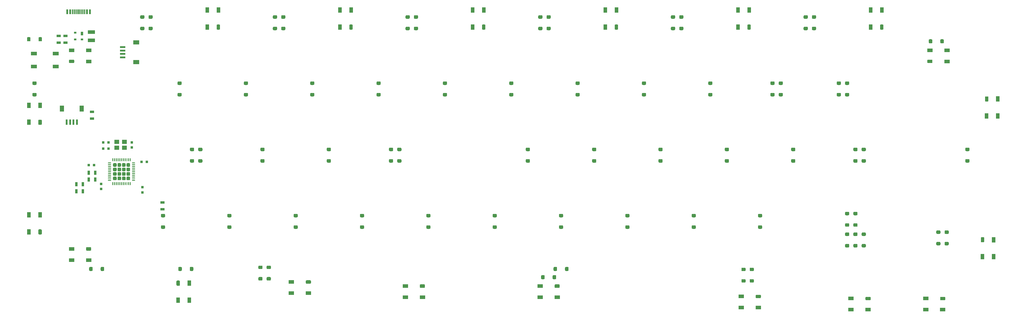
<source format=gbr>
G04 #@! TF.GenerationSoftware,KiCad,Pcbnew,(5.1.10)-1*
G04 #@! TF.CreationDate,2021-10-10T16:54:22+07:00*
G04 #@! TF.ProjectId,averange65,61766572-616e-4676-9536-352e6b696361,rev?*
G04 #@! TF.SameCoordinates,Original*
G04 #@! TF.FileFunction,Paste,Bot*
G04 #@! TF.FilePolarity,Positive*
%FSLAX46Y46*%
G04 Gerber Fmt 4.6, Leading zero omitted, Abs format (unit mm)*
G04 Created by KiCad (PCBNEW (5.1.10)-1) date 2021-10-10 16:54:22*
%MOMM*%
%LPD*%
G01*
G04 APERTURE LIST*
%ADD10R,1.400000X1.200000*%
%ADD11R,0.700000X1.300000*%
%ADD12R,1.300000X0.700000*%
%ADD13R,0.800000X0.750000*%
%ADD14R,0.750000X0.800000*%
%ADD15R,1.500000X1.000000*%
%ADD16R,1.000000X1.500000*%
%ADD17R,1.800000X1.200000*%
%ADD18R,1.550000X0.600000*%
%ADD19R,2.030000X1.140000*%
%ADD20R,1.800000X1.100000*%
%ADD21R,0.700000X1.000000*%
%ADD22R,0.700000X0.600000*%
%ADD23R,0.600000X1.550000*%
%ADD24R,1.200000X1.800000*%
%ADD25R,0.300000X1.450000*%
%ADD26R,0.600000X1.450000*%
G04 APERTURE END LIST*
D10*
X31659380Y-83892130D03*
X29459380Y-83892130D03*
X29459380Y-82192130D03*
X31659380Y-82192130D03*
D11*
X19714250Y-94424500D03*
X17814250Y-94424500D03*
X19714250Y-96424500D03*
X17814250Y-96424500D03*
D12*
X42576750Y-99697500D03*
X42576750Y-101597500D03*
X22320250Y-75496500D03*
X22320250Y-73596500D03*
D11*
X21364597Y-93038023D03*
X23264597Y-93038023D03*
X21364597Y-91103246D03*
X23264597Y-91103246D03*
D12*
X14724071Y-51755008D03*
X14724071Y-53655008D03*
X12738132Y-51755008D03*
X12738132Y-53655008D03*
D13*
X38056250Y-88011000D03*
X36556250Y-88011000D03*
X21415768Y-88870811D03*
X22915768Y-88870811D03*
X25554880Y-84185130D03*
X27054880Y-84185130D03*
D14*
X36750706Y-95262000D03*
X36750706Y-96762000D03*
D13*
X25554880Y-82407130D03*
X27054880Y-82407130D03*
D14*
X33734380Y-82355630D03*
X33734380Y-83855630D03*
X24923750Y-94297500D03*
X24923750Y-95797500D03*
G36*
G01*
X265860218Y-127555072D02*
X265860218Y-127055072D01*
G75*
G02*
X266110218Y-126805072I250000J0D01*
G01*
X267110218Y-126805072D01*
G75*
G02*
X267360218Y-127055072I0J-250000D01*
G01*
X267360218Y-127555072D01*
G75*
G02*
X267110218Y-127805072I-250000J0D01*
G01*
X266110218Y-127805072D01*
G75*
G02*
X265860218Y-127555072I0J250000D01*
G01*
G37*
D15*
X266610218Y-130505072D03*
X261710218Y-127305072D03*
X261710218Y-130505072D03*
G36*
G01*
X244428950Y-127555072D02*
X244428950Y-127055072D01*
G75*
G02*
X244678950Y-126805072I250000J0D01*
G01*
X245678950Y-126805072D01*
G75*
G02*
X245928950Y-127055072I0J-250000D01*
G01*
X245928950Y-127555072D01*
G75*
G02*
X245678950Y-127805072I-250000J0D01*
G01*
X244678950Y-127805072D01*
G75*
G02*
X244428950Y-127555072I0J250000D01*
G01*
G37*
X245178950Y-130505072D03*
X240278950Y-127305072D03*
X240278950Y-130505072D03*
G36*
G01*
X212877361Y-126959759D02*
X212877361Y-126459759D01*
G75*
G02*
X213127361Y-126209759I250000J0D01*
G01*
X214127361Y-126209759D01*
G75*
G02*
X214377361Y-126459759I0J-250000D01*
G01*
X214377361Y-126959759D01*
G75*
G02*
X214127361Y-127209759I-250000J0D01*
G01*
X213127361Y-127209759D01*
G75*
G02*
X212877361Y-126959759I0J250000D01*
G01*
G37*
X213627361Y-129909759D03*
X208727361Y-126709759D03*
X208727361Y-129909759D03*
G36*
G01*
X155132000Y-123983194D02*
X155132000Y-123483194D01*
G75*
G02*
X155382000Y-123233194I250000J0D01*
G01*
X156382000Y-123233194D01*
G75*
G02*
X156632000Y-123483194I0J-250000D01*
G01*
X156632000Y-123983194D01*
G75*
G02*
X156382000Y-124233194I-250000J0D01*
G01*
X155382000Y-124233194D01*
G75*
G02*
X155132000Y-123983194I0J250000D01*
G01*
G37*
X155882000Y-126933194D03*
X150982000Y-123733194D03*
X150982000Y-126933194D03*
G36*
G01*
X116436655Y-123983194D02*
X116436655Y-123483194D01*
G75*
G02*
X116686655Y-123233194I250000J0D01*
G01*
X117686655Y-123233194D01*
G75*
G02*
X117936655Y-123483194I0J-250000D01*
G01*
X117936655Y-123983194D01*
G75*
G02*
X117686655Y-124233194I-250000J0D01*
G01*
X116686655Y-124233194D01*
G75*
G02*
X116436655Y-123983194I0J250000D01*
G01*
G37*
X117186655Y-126933194D03*
X112286655Y-123733194D03*
X112286655Y-126933194D03*
G36*
G01*
X83694440Y-122792568D02*
X83694440Y-122292568D01*
G75*
G02*
X83944440Y-122042568I250000J0D01*
G01*
X84944440Y-122042568D01*
G75*
G02*
X85194440Y-122292568I0J-250000D01*
G01*
X85194440Y-122792568D01*
G75*
G02*
X84944440Y-123042568I-250000J0D01*
G01*
X83944440Y-123042568D01*
G75*
G02*
X83694440Y-122792568I0J250000D01*
G01*
G37*
X84444440Y-125742568D03*
X79544440Y-122542568D03*
X79544440Y-125742568D03*
G36*
G01*
X47307200Y-123633690D02*
X46807200Y-123633690D01*
G75*
G02*
X46557200Y-123383690I0J250000D01*
G01*
X46557200Y-122383690D01*
G75*
G02*
X46807200Y-122133690I250000J0D01*
G01*
X47307200Y-122133690D01*
G75*
G02*
X47557200Y-122383690I0J-250000D01*
G01*
X47557200Y-123383690D01*
G75*
G02*
X47307200Y-123633690I-250000J0D01*
G01*
G37*
D16*
X50257200Y-122883690D03*
X47057200Y-127783690D03*
X50257200Y-127783690D03*
G36*
G01*
X20591450Y-113268020D02*
X20591450Y-112768020D01*
G75*
G02*
X20841450Y-112518020I250000J0D01*
G01*
X21841450Y-112518020D01*
G75*
G02*
X22091450Y-112768020I0J-250000D01*
G01*
X22091450Y-113268020D01*
G75*
G02*
X21841450Y-113518020I-250000J0D01*
G01*
X20841450Y-113518020D01*
G75*
G02*
X20591450Y-113268020I0J250000D01*
G01*
G37*
D15*
X21341450Y-116218020D03*
X16441450Y-113018020D03*
X16441450Y-116218020D03*
G36*
G01*
X7144376Y-107387865D02*
X7644376Y-107387865D01*
G75*
G02*
X7894376Y-107637865I0J-250000D01*
G01*
X7894376Y-108637865D01*
G75*
G02*
X7644376Y-108887865I-250000J0D01*
G01*
X7144376Y-108887865D01*
G75*
G02*
X6894376Y-108637865I0J250000D01*
G01*
X6894376Y-107637865D01*
G75*
G02*
X7144376Y-107387865I250000J0D01*
G01*
G37*
D16*
X4194376Y-108137865D03*
X7394376Y-103237865D03*
X4194376Y-103237865D03*
G36*
G01*
X7144520Y-75836600D02*
X7644520Y-75836600D01*
G75*
G02*
X7894520Y-76086600I0J-250000D01*
G01*
X7894520Y-77086600D01*
G75*
G02*
X7644520Y-77336600I-250000J0D01*
G01*
X7144520Y-77336600D01*
G75*
G02*
X6894520Y-77086600I0J250000D01*
G01*
X6894520Y-76086600D01*
G75*
G02*
X7144520Y-75836600I250000J0D01*
G01*
G37*
X4194520Y-76586600D03*
X7394520Y-71686600D03*
X4194520Y-71686600D03*
G36*
G01*
X278288356Y-111131621D02*
X277788356Y-111131621D01*
G75*
G02*
X277538356Y-110881621I0J250000D01*
G01*
X277538356Y-109881621D01*
G75*
G02*
X277788356Y-109631621I250000J0D01*
G01*
X278288356Y-109631621D01*
G75*
G02*
X278538356Y-109881621I0J-250000D01*
G01*
X278538356Y-110881621D01*
G75*
G02*
X278288356Y-111131621I-250000J0D01*
G01*
G37*
X281238356Y-110381621D03*
X278038356Y-115281621D03*
X281238356Y-115281621D03*
G36*
G01*
X279478982Y-70650337D02*
X278978982Y-70650337D01*
G75*
G02*
X278728982Y-70400337I0J250000D01*
G01*
X278728982Y-69400337D01*
G75*
G02*
X278978982Y-69150337I250000J0D01*
G01*
X279478982Y-69150337D01*
G75*
G02*
X279728982Y-69400337I0J-250000D01*
G01*
X279728982Y-70400337D01*
G75*
G02*
X279478982Y-70650337I-250000J0D01*
G01*
G37*
X282428982Y-69900337D03*
X279228982Y-74800337D03*
X282428982Y-74800337D03*
G36*
G01*
X263650844Y-58817512D02*
X263650844Y-59317512D01*
G75*
G02*
X263400844Y-59567512I-250000J0D01*
G01*
X262400844Y-59567512D01*
G75*
G02*
X262150844Y-59317512I0J250000D01*
G01*
X262150844Y-58817512D01*
G75*
G02*
X262400844Y-58567512I250000J0D01*
G01*
X263400844Y-58567512D01*
G75*
G02*
X263650844Y-58817512I0J-250000D01*
G01*
G37*
D15*
X262900844Y-55867512D03*
X267800844Y-59067512D03*
X267800844Y-55867512D03*
G36*
G01*
X248842410Y-48452110D02*
X249342410Y-48452110D01*
G75*
G02*
X249592410Y-48702110I0J-250000D01*
G01*
X249592410Y-49702110D01*
G75*
G02*
X249342410Y-49952110I-250000J0D01*
G01*
X248842410Y-49952110D01*
G75*
G02*
X248592410Y-49702110I0J250000D01*
G01*
X248592410Y-48702110D01*
G75*
G02*
X248842410Y-48452110I250000J0D01*
G01*
G37*
D16*
X245892410Y-49202110D03*
X249092410Y-44302110D03*
X245892410Y-44302110D03*
G36*
G01*
X210742250Y-48452110D02*
X211242250Y-48452110D01*
G75*
G02*
X211492250Y-48702110I0J-250000D01*
G01*
X211492250Y-49702110D01*
G75*
G02*
X211242250Y-49952110I-250000J0D01*
G01*
X210742250Y-49952110D01*
G75*
G02*
X210492250Y-49702110I0J250000D01*
G01*
X210492250Y-48702110D01*
G75*
G02*
X210742250Y-48452110I250000J0D01*
G01*
G37*
X207792250Y-49202110D03*
X210992250Y-44302110D03*
X207792250Y-44302110D03*
G36*
G01*
X172642090Y-48452110D02*
X173142090Y-48452110D01*
G75*
G02*
X173392090Y-48702110I0J-250000D01*
G01*
X173392090Y-49702110D01*
G75*
G02*
X173142090Y-49952110I-250000J0D01*
G01*
X172642090Y-49952110D01*
G75*
G02*
X172392090Y-49702110I0J250000D01*
G01*
X172392090Y-48702110D01*
G75*
G02*
X172642090Y-48452110I250000J0D01*
G01*
G37*
X169692090Y-49202110D03*
X172892090Y-44302110D03*
X169692090Y-44302110D03*
G36*
G01*
X134541930Y-48452110D02*
X135041930Y-48452110D01*
G75*
G02*
X135291930Y-48702110I0J-250000D01*
G01*
X135291930Y-49702110D01*
G75*
G02*
X135041930Y-49952110I-250000J0D01*
G01*
X134541930Y-49952110D01*
G75*
G02*
X134291930Y-49702110I0J250000D01*
G01*
X134291930Y-48702110D01*
G75*
G02*
X134541930Y-48452110I250000J0D01*
G01*
G37*
X131591930Y-49202110D03*
X134791930Y-44302110D03*
X131591930Y-44302110D03*
G36*
G01*
X96441770Y-48452110D02*
X96941770Y-48452110D01*
G75*
G02*
X97191770Y-48702110I0J-250000D01*
G01*
X97191770Y-49702110D01*
G75*
G02*
X96941770Y-49952110I-250000J0D01*
G01*
X96441770Y-49952110D01*
G75*
G02*
X96191770Y-49702110I0J250000D01*
G01*
X96191770Y-48702110D01*
G75*
G02*
X96441770Y-48452110I250000J0D01*
G01*
G37*
X93491770Y-49202110D03*
X96691770Y-44302110D03*
X93491770Y-44302110D03*
G36*
G01*
X58341610Y-48452110D02*
X58841610Y-48452110D01*
G75*
G02*
X59091610Y-48702110I0J-250000D01*
G01*
X59091610Y-49702110D01*
G75*
G02*
X58841610Y-49952110I-250000J0D01*
G01*
X58341610Y-49952110D01*
G75*
G02*
X58091610Y-49702110I0J250000D01*
G01*
X58091610Y-48702110D01*
G75*
G02*
X58341610Y-48452110I250000J0D01*
G01*
G37*
X55391610Y-49202110D03*
X58591610Y-44302110D03*
X55391610Y-44302110D03*
G36*
G01*
X17191450Y-58817780D02*
X17191450Y-59317780D01*
G75*
G02*
X16941450Y-59567780I-250000J0D01*
G01*
X15941450Y-59567780D01*
G75*
G02*
X15691450Y-59317780I0J250000D01*
G01*
X15691450Y-58817780D01*
G75*
G02*
X15941450Y-58567780I250000J0D01*
G01*
X16941450Y-58567780D01*
G75*
G02*
X17191450Y-58817780I0J-250000D01*
G01*
G37*
D15*
X16441450Y-55867780D03*
X21341450Y-59067780D03*
X21341450Y-55867780D03*
G36*
G01*
X243569576Y-108300369D02*
X244269576Y-108300369D01*
G75*
G02*
X244519576Y-108550369I0J-250000D01*
G01*
X244519576Y-109050369D01*
G75*
G02*
X244269576Y-109300369I-250000J0D01*
G01*
X243569576Y-109300369D01*
G75*
G02*
X243319576Y-109050369I0J250000D01*
G01*
X243319576Y-108550369D01*
G75*
G02*
X243569576Y-108300369I250000J0D01*
G01*
G37*
G36*
G01*
X243569576Y-111600369D02*
X244269576Y-111600369D01*
G75*
G02*
X244519576Y-111850369I0J-250000D01*
G01*
X244519576Y-112350369D01*
G75*
G02*
X244269576Y-112600369I-250000J0D01*
G01*
X243569576Y-112600369D01*
G75*
G02*
X243319576Y-112350369I0J250000D01*
G01*
X243319576Y-111850369D01*
G75*
G02*
X243569576Y-111600369I250000J0D01*
G01*
G37*
G36*
G01*
X241188324Y-108300369D02*
X241888324Y-108300369D01*
G75*
G02*
X242138324Y-108550369I0J-250000D01*
G01*
X242138324Y-109050369D01*
G75*
G02*
X241888324Y-109300369I-250000J0D01*
G01*
X241188324Y-109300369D01*
G75*
G02*
X240938324Y-109050369I0J250000D01*
G01*
X240938324Y-108550369D01*
G75*
G02*
X241188324Y-108300369I250000J0D01*
G01*
G37*
G36*
G01*
X241188324Y-111600369D02*
X241888324Y-111600369D01*
G75*
G02*
X242138324Y-111850369I0J-250000D01*
G01*
X242138324Y-112350369D01*
G75*
G02*
X241888324Y-112600369I-250000J0D01*
G01*
X241188324Y-112600369D01*
G75*
G02*
X240938324Y-112350369I0J250000D01*
G01*
X240938324Y-111850369D01*
G75*
G02*
X241188324Y-111600369I250000J0D01*
G01*
G37*
G36*
G01*
X211422674Y-118420690D02*
X212122674Y-118420690D01*
G75*
G02*
X212372674Y-118670690I0J-250000D01*
G01*
X212372674Y-119170690D01*
G75*
G02*
X212122674Y-119420690I-250000J0D01*
G01*
X211422674Y-119420690D01*
G75*
G02*
X211172674Y-119170690I0J250000D01*
G01*
X211172674Y-118670690D01*
G75*
G02*
X211422674Y-118420690I250000J0D01*
G01*
G37*
G36*
G01*
X211422674Y-121720690D02*
X212122674Y-121720690D01*
G75*
G02*
X212372674Y-121970690I0J-250000D01*
G01*
X212372674Y-122470690D01*
G75*
G02*
X212122674Y-122720690I-250000J0D01*
G01*
X211422674Y-122720690D01*
G75*
G02*
X211172674Y-122470690I0J250000D01*
G01*
X211172674Y-121970690D01*
G75*
G02*
X211422674Y-121720690I250000J0D01*
G01*
G37*
G36*
G01*
X209041422Y-118420690D02*
X209741422Y-118420690D01*
G75*
G02*
X209991422Y-118670690I0J-250000D01*
G01*
X209991422Y-119170690D01*
G75*
G02*
X209741422Y-119420690I-250000J0D01*
G01*
X209041422Y-119420690D01*
G75*
G02*
X208791422Y-119170690I0J250000D01*
G01*
X208791422Y-118670690D01*
G75*
G02*
X209041422Y-118420690I250000J0D01*
G01*
G37*
G36*
G01*
X209041422Y-121720690D02*
X209741422Y-121720690D01*
G75*
G02*
X209991422Y-121970690I0J-250000D01*
G01*
X209991422Y-122470690D01*
G75*
G02*
X209741422Y-122720690I-250000J0D01*
G01*
X209041422Y-122720690D01*
G75*
G02*
X208791422Y-122470690I0J250000D01*
G01*
X208791422Y-121970690D01*
G75*
G02*
X209041422Y-121720690I250000J0D01*
G01*
G37*
G36*
G01*
X155582000Y-120816003D02*
X155582000Y-121516003D01*
G75*
G02*
X155332000Y-121766003I-250000J0D01*
G01*
X154832000Y-121766003D01*
G75*
G02*
X154582000Y-121516003I0J250000D01*
G01*
X154582000Y-120816003D01*
G75*
G02*
X154832000Y-120566003I250000J0D01*
G01*
X155332000Y-120566003D01*
G75*
G02*
X155582000Y-120816003I0J-250000D01*
G01*
G37*
G36*
G01*
X152282000Y-120816003D02*
X152282000Y-121516003D01*
G75*
G02*
X152032000Y-121766003I-250000J0D01*
G01*
X151532000Y-121766003D01*
G75*
G02*
X151282000Y-121516003I0J250000D01*
G01*
X151282000Y-120816003D01*
G75*
G02*
X151532000Y-120566003I250000J0D01*
G01*
X152032000Y-120566003D01*
G75*
G02*
X152282000Y-120816003I0J-250000D01*
G01*
G37*
G36*
G01*
X70333857Y-117825377D02*
X71033857Y-117825377D01*
G75*
G02*
X71283857Y-118075377I0J-250000D01*
G01*
X71283857Y-118575377D01*
G75*
G02*
X71033857Y-118825377I-250000J0D01*
G01*
X70333857Y-118825377D01*
G75*
G02*
X70083857Y-118575377I0J250000D01*
G01*
X70083857Y-118075377D01*
G75*
G02*
X70333857Y-117825377I250000J0D01*
G01*
G37*
G36*
G01*
X70333857Y-121125377D02*
X71033857Y-121125377D01*
G75*
G02*
X71283857Y-121375377I0J-250000D01*
G01*
X71283857Y-121875377D01*
G75*
G02*
X71033857Y-122125377I-250000J0D01*
G01*
X70333857Y-122125377D01*
G75*
G02*
X70083857Y-121875377I0J250000D01*
G01*
X70083857Y-121375377D01*
G75*
G02*
X70333857Y-121125377I250000J0D01*
G01*
G37*
G36*
G01*
X51402515Y-118435225D02*
X51402515Y-119135225D01*
G75*
G02*
X51152515Y-119385225I-250000J0D01*
G01*
X50652515Y-119385225D01*
G75*
G02*
X50402515Y-119135225I0J250000D01*
G01*
X50402515Y-118435225D01*
G75*
G02*
X50652515Y-118185225I250000J0D01*
G01*
X51152515Y-118185225D01*
G75*
G02*
X51402515Y-118435225I0J-250000D01*
G01*
G37*
G36*
G01*
X48102515Y-118435225D02*
X48102515Y-119135225D01*
G75*
G02*
X47852515Y-119385225I-250000J0D01*
G01*
X47352515Y-119385225D01*
G75*
G02*
X47102515Y-119135225I0J250000D01*
G01*
X47102515Y-118435225D01*
G75*
G02*
X47352515Y-118185225I250000J0D01*
G01*
X47852515Y-118185225D01*
G75*
G02*
X48102515Y-118435225I0J-250000D01*
G01*
G37*
G36*
G01*
X25803970Y-118435225D02*
X25803970Y-119135225D01*
G75*
G02*
X25553970Y-119385225I-250000J0D01*
G01*
X25053970Y-119385225D01*
G75*
G02*
X24803970Y-119135225I0J250000D01*
G01*
X24803970Y-118435225D01*
G75*
G02*
X25053970Y-118185225I250000J0D01*
G01*
X25553970Y-118185225D01*
G75*
G02*
X25803970Y-118435225I0J-250000D01*
G01*
G37*
G36*
G01*
X22503970Y-118435225D02*
X22503970Y-119135225D01*
G75*
G02*
X22253970Y-119385225I-250000J0D01*
G01*
X21753970Y-119385225D01*
G75*
G02*
X21503970Y-119135225I0J250000D01*
G01*
X21503970Y-118435225D01*
G75*
G02*
X21753970Y-118185225I250000J0D01*
G01*
X22253970Y-118185225D01*
G75*
G02*
X22503970Y-118435225I0J-250000D01*
G01*
G37*
G36*
G01*
X72714745Y-117825377D02*
X73414745Y-117825377D01*
G75*
G02*
X73664745Y-118075377I0J-250000D01*
G01*
X73664745Y-118575377D01*
G75*
G02*
X73414745Y-118825377I-250000J0D01*
G01*
X72714745Y-118825377D01*
G75*
G02*
X72464745Y-118575377I0J250000D01*
G01*
X72464745Y-118075377D01*
G75*
G02*
X72714745Y-117825377I250000J0D01*
G01*
G37*
G36*
G01*
X72714745Y-121125377D02*
X73414745Y-121125377D01*
G75*
G02*
X73664745Y-121375377I0J-250000D01*
G01*
X73664745Y-121875377D01*
G75*
G02*
X73414745Y-122125377I-250000J0D01*
G01*
X72714745Y-122125377D01*
G75*
G02*
X72464745Y-121875377I0J250000D01*
G01*
X72464745Y-121375377D01*
G75*
G02*
X72714745Y-121125377I250000J0D01*
G01*
G37*
G36*
G01*
X268082096Y-112005056D02*
X267382096Y-112005056D01*
G75*
G02*
X267132096Y-111755056I0J250000D01*
G01*
X267132096Y-111255056D01*
G75*
G02*
X267382096Y-111005056I250000J0D01*
G01*
X268082096Y-111005056D01*
G75*
G02*
X268332096Y-111255056I0J-250000D01*
G01*
X268332096Y-111755056D01*
G75*
G02*
X268082096Y-112005056I-250000J0D01*
G01*
G37*
G36*
G01*
X268082096Y-108705056D02*
X267382096Y-108705056D01*
G75*
G02*
X267132096Y-108455056I0J250000D01*
G01*
X267132096Y-107955056D01*
G75*
G02*
X267382096Y-107705056I250000J0D01*
G01*
X268082096Y-107705056D01*
G75*
G02*
X268332096Y-107955056I0J-250000D01*
G01*
X268332096Y-108455056D01*
G75*
G02*
X268082096Y-108705056I-250000J0D01*
G01*
G37*
G36*
G01*
X241888324Y-106647239D02*
X241188324Y-106647239D01*
G75*
G02*
X240938324Y-106397239I0J250000D01*
G01*
X240938324Y-105897239D01*
G75*
G02*
X241188324Y-105647239I250000J0D01*
G01*
X241888324Y-105647239D01*
G75*
G02*
X242138324Y-105897239I0J-250000D01*
G01*
X242138324Y-106397239D01*
G75*
G02*
X241888324Y-106647239I-250000J0D01*
G01*
G37*
G36*
G01*
X241888324Y-103347239D02*
X241188324Y-103347239D01*
G75*
G02*
X240938324Y-103097239I0J250000D01*
G01*
X240938324Y-102597239D01*
G75*
G02*
X241188324Y-102347239I250000J0D01*
G01*
X241888324Y-102347239D01*
G75*
G02*
X242138324Y-102597239I0J-250000D01*
G01*
X242138324Y-103097239D01*
G75*
G02*
X241888324Y-103347239I-250000J0D01*
G01*
G37*
G36*
G01*
X239507072Y-106647239D02*
X238807072Y-106647239D01*
G75*
G02*
X238557072Y-106397239I0J250000D01*
G01*
X238557072Y-105897239D01*
G75*
G02*
X238807072Y-105647239I250000J0D01*
G01*
X239507072Y-105647239D01*
G75*
G02*
X239757072Y-105897239I0J-250000D01*
G01*
X239757072Y-106397239D01*
G75*
G02*
X239507072Y-106647239I-250000J0D01*
G01*
G37*
G36*
G01*
X239507072Y-103347239D02*
X238807072Y-103347239D01*
G75*
G02*
X238557072Y-103097239I0J250000D01*
G01*
X238557072Y-102597239D01*
G75*
G02*
X238807072Y-102347239I250000J0D01*
G01*
X239507072Y-102347239D01*
G75*
G02*
X239757072Y-102597239I0J-250000D01*
G01*
X239757072Y-103097239D01*
G75*
G02*
X239507072Y-103347239I-250000J0D01*
G01*
G37*
G36*
G01*
X214504770Y-107242980D02*
X213804770Y-107242980D01*
G75*
G02*
X213554770Y-106992980I0J250000D01*
G01*
X213554770Y-106492980D01*
G75*
G02*
X213804770Y-106242980I250000J0D01*
G01*
X214504770Y-106242980D01*
G75*
G02*
X214754770Y-106492980I0J-250000D01*
G01*
X214754770Y-106992980D01*
G75*
G02*
X214504770Y-107242980I-250000J0D01*
G01*
G37*
G36*
G01*
X214504770Y-103942980D02*
X213804770Y-103942980D01*
G75*
G02*
X213554770Y-103692980I0J250000D01*
G01*
X213554770Y-103192980D01*
G75*
G02*
X213804770Y-102942980I250000J0D01*
G01*
X214504770Y-102942980D01*
G75*
G02*
X214754770Y-103192980I0J-250000D01*
G01*
X214754770Y-103692980D01*
G75*
G02*
X214504770Y-103942980I-250000J0D01*
G01*
G37*
G36*
G01*
X195454690Y-107242980D02*
X194754690Y-107242980D01*
G75*
G02*
X194504690Y-106992980I0J250000D01*
G01*
X194504690Y-106492980D01*
G75*
G02*
X194754690Y-106242980I250000J0D01*
G01*
X195454690Y-106242980D01*
G75*
G02*
X195704690Y-106492980I0J-250000D01*
G01*
X195704690Y-106992980D01*
G75*
G02*
X195454690Y-107242980I-250000J0D01*
G01*
G37*
G36*
G01*
X195454690Y-103942980D02*
X194754690Y-103942980D01*
G75*
G02*
X194504690Y-103692980I0J250000D01*
G01*
X194504690Y-103192980D01*
G75*
G02*
X194754690Y-102942980I250000J0D01*
G01*
X195454690Y-102942980D01*
G75*
G02*
X195704690Y-103192980I0J-250000D01*
G01*
X195704690Y-103692980D01*
G75*
G02*
X195454690Y-103942980I-250000J0D01*
G01*
G37*
G36*
G01*
X176404610Y-107242980D02*
X175704610Y-107242980D01*
G75*
G02*
X175454610Y-106992980I0J250000D01*
G01*
X175454610Y-106492980D01*
G75*
G02*
X175704610Y-106242980I250000J0D01*
G01*
X176404610Y-106242980D01*
G75*
G02*
X176654610Y-106492980I0J-250000D01*
G01*
X176654610Y-106992980D01*
G75*
G02*
X176404610Y-107242980I-250000J0D01*
G01*
G37*
G36*
G01*
X176404610Y-103942980D02*
X175704610Y-103942980D01*
G75*
G02*
X175454610Y-103692980I0J250000D01*
G01*
X175454610Y-103192980D01*
G75*
G02*
X175704610Y-102942980I250000J0D01*
G01*
X176404610Y-102942980D01*
G75*
G02*
X176654610Y-103192980I0J-250000D01*
G01*
X176654610Y-103692980D01*
G75*
G02*
X176404610Y-103942980I-250000J0D01*
G01*
G37*
G36*
G01*
X157354530Y-107242980D02*
X156654530Y-107242980D01*
G75*
G02*
X156404530Y-106992980I0J250000D01*
G01*
X156404530Y-106492980D01*
G75*
G02*
X156654530Y-106242980I250000J0D01*
G01*
X157354530Y-106242980D01*
G75*
G02*
X157604530Y-106492980I0J-250000D01*
G01*
X157604530Y-106992980D01*
G75*
G02*
X157354530Y-107242980I-250000J0D01*
G01*
G37*
G36*
G01*
X157354530Y-103942980D02*
X156654530Y-103942980D01*
G75*
G02*
X156404530Y-103692980I0J250000D01*
G01*
X156404530Y-103192980D01*
G75*
G02*
X156654530Y-102942980I250000J0D01*
G01*
X157354530Y-102942980D01*
G75*
G02*
X157604530Y-103192980I0J-250000D01*
G01*
X157604530Y-103692980D01*
G75*
G02*
X157354530Y-103942980I-250000J0D01*
G01*
G37*
G36*
G01*
X138304450Y-107242980D02*
X137604450Y-107242980D01*
G75*
G02*
X137354450Y-106992980I0J250000D01*
G01*
X137354450Y-106492980D01*
G75*
G02*
X137604450Y-106242980I250000J0D01*
G01*
X138304450Y-106242980D01*
G75*
G02*
X138554450Y-106492980I0J-250000D01*
G01*
X138554450Y-106992980D01*
G75*
G02*
X138304450Y-107242980I-250000J0D01*
G01*
G37*
G36*
G01*
X138304450Y-103942980D02*
X137604450Y-103942980D01*
G75*
G02*
X137354450Y-103692980I0J250000D01*
G01*
X137354450Y-103192980D01*
G75*
G02*
X137604450Y-102942980I250000J0D01*
G01*
X138304450Y-102942980D01*
G75*
G02*
X138554450Y-103192980I0J-250000D01*
G01*
X138554450Y-103692980D01*
G75*
G02*
X138304450Y-103942980I-250000J0D01*
G01*
G37*
G36*
G01*
X119254370Y-107242980D02*
X118554370Y-107242980D01*
G75*
G02*
X118304370Y-106992980I0J250000D01*
G01*
X118304370Y-106492980D01*
G75*
G02*
X118554370Y-106242980I250000J0D01*
G01*
X119254370Y-106242980D01*
G75*
G02*
X119504370Y-106492980I0J-250000D01*
G01*
X119504370Y-106992980D01*
G75*
G02*
X119254370Y-107242980I-250000J0D01*
G01*
G37*
G36*
G01*
X119254370Y-103942980D02*
X118554370Y-103942980D01*
G75*
G02*
X118304370Y-103692980I0J250000D01*
G01*
X118304370Y-103192980D01*
G75*
G02*
X118554370Y-102942980I250000J0D01*
G01*
X119254370Y-102942980D01*
G75*
G02*
X119504370Y-103192980I0J-250000D01*
G01*
X119504370Y-103692980D01*
G75*
G02*
X119254370Y-103942980I-250000J0D01*
G01*
G37*
G36*
G01*
X100204290Y-107242980D02*
X99504290Y-107242980D01*
G75*
G02*
X99254290Y-106992980I0J250000D01*
G01*
X99254290Y-106492980D01*
G75*
G02*
X99504290Y-106242980I250000J0D01*
G01*
X100204290Y-106242980D01*
G75*
G02*
X100454290Y-106492980I0J-250000D01*
G01*
X100454290Y-106992980D01*
G75*
G02*
X100204290Y-107242980I-250000J0D01*
G01*
G37*
G36*
G01*
X100204290Y-103942980D02*
X99504290Y-103942980D01*
G75*
G02*
X99254290Y-103692980I0J250000D01*
G01*
X99254290Y-103192980D01*
G75*
G02*
X99504290Y-102942980I250000J0D01*
G01*
X100204290Y-102942980D01*
G75*
G02*
X100454290Y-103192980I0J-250000D01*
G01*
X100454290Y-103692980D01*
G75*
G02*
X100204290Y-103942980I-250000J0D01*
G01*
G37*
G36*
G01*
X81154210Y-107242980D02*
X80454210Y-107242980D01*
G75*
G02*
X80204210Y-106992980I0J250000D01*
G01*
X80204210Y-106492980D01*
G75*
G02*
X80454210Y-106242980I250000J0D01*
G01*
X81154210Y-106242980D01*
G75*
G02*
X81404210Y-106492980I0J-250000D01*
G01*
X81404210Y-106992980D01*
G75*
G02*
X81154210Y-107242980I-250000J0D01*
G01*
G37*
G36*
G01*
X81154210Y-103942980D02*
X80454210Y-103942980D01*
G75*
G02*
X80204210Y-103692980I0J250000D01*
G01*
X80204210Y-103192980D01*
G75*
G02*
X80454210Y-102942980I250000J0D01*
G01*
X81154210Y-102942980D01*
G75*
G02*
X81404210Y-103192980I0J-250000D01*
G01*
X81404210Y-103692980D01*
G75*
G02*
X81154210Y-103942980I-250000J0D01*
G01*
G37*
G36*
G01*
X62104130Y-107242980D02*
X61404130Y-107242980D01*
G75*
G02*
X61154130Y-106992980I0J250000D01*
G01*
X61154130Y-106492980D01*
G75*
G02*
X61404130Y-106242980I250000J0D01*
G01*
X62104130Y-106242980D01*
G75*
G02*
X62354130Y-106492980I0J-250000D01*
G01*
X62354130Y-106992980D01*
G75*
G02*
X62104130Y-107242980I-250000J0D01*
G01*
G37*
G36*
G01*
X62104130Y-103942980D02*
X61404130Y-103942980D01*
G75*
G02*
X61154130Y-103692980I0J250000D01*
G01*
X61154130Y-103192980D01*
G75*
G02*
X61404130Y-102942980I250000J0D01*
G01*
X62104130Y-102942980D01*
G75*
G02*
X62354130Y-103192980I0J-250000D01*
G01*
X62354130Y-103692980D01*
G75*
G02*
X62104130Y-103942980I-250000J0D01*
G01*
G37*
G36*
G01*
X154853878Y-119134751D02*
X154853878Y-118434751D01*
G75*
G02*
X155103878Y-118184751I250000J0D01*
G01*
X155603878Y-118184751D01*
G75*
G02*
X155853878Y-118434751I0J-250000D01*
G01*
X155853878Y-119134751D01*
G75*
G02*
X155603878Y-119384751I-250000J0D01*
G01*
X155103878Y-119384751D01*
G75*
G02*
X154853878Y-119134751I0J250000D01*
G01*
G37*
G36*
G01*
X158153878Y-119134751D02*
X158153878Y-118434751D01*
G75*
G02*
X158403878Y-118184751I250000J0D01*
G01*
X158903878Y-118184751D01*
G75*
G02*
X159153878Y-118434751I0J-250000D01*
G01*
X159153878Y-119134751D01*
G75*
G02*
X158903878Y-119384751I-250000J0D01*
G01*
X158403878Y-119384751D01*
G75*
G02*
X158153878Y-119134751I0J250000D01*
G01*
G37*
G36*
G01*
X43054050Y-107242980D02*
X42354050Y-107242980D01*
G75*
G02*
X42104050Y-106992980I0J250000D01*
G01*
X42104050Y-106492980D01*
G75*
G02*
X42354050Y-106242980I250000J0D01*
G01*
X43054050Y-106242980D01*
G75*
G02*
X43304050Y-106492980I0J-250000D01*
G01*
X43304050Y-106992980D01*
G75*
G02*
X43054050Y-107242980I-250000J0D01*
G01*
G37*
G36*
G01*
X43054050Y-103942980D02*
X42354050Y-103942980D01*
G75*
G02*
X42104050Y-103692980I0J250000D01*
G01*
X42104050Y-103192980D01*
G75*
G02*
X42354050Y-102942980I250000J0D01*
G01*
X43054050Y-102942980D01*
G75*
G02*
X43304050Y-103192980I0J-250000D01*
G01*
X43304050Y-103692980D01*
G75*
G02*
X43054050Y-103942980I-250000J0D01*
G01*
G37*
G36*
G01*
X274035226Y-88192900D02*
X273335226Y-88192900D01*
G75*
G02*
X273085226Y-87942900I0J250000D01*
G01*
X273085226Y-87442900D01*
G75*
G02*
X273335226Y-87192900I250000J0D01*
G01*
X274035226Y-87192900D01*
G75*
G02*
X274285226Y-87442900I0J-250000D01*
G01*
X274285226Y-87942900D01*
G75*
G02*
X274035226Y-88192900I-250000J0D01*
G01*
G37*
G36*
G01*
X274035226Y-84892900D02*
X273335226Y-84892900D01*
G75*
G02*
X273085226Y-84642900I0J250000D01*
G01*
X273085226Y-84142900D01*
G75*
G02*
X273335226Y-83892900I250000J0D01*
G01*
X274035226Y-83892900D01*
G75*
G02*
X274285226Y-84142900I0J-250000D01*
G01*
X274285226Y-84642900D01*
G75*
G02*
X274035226Y-84892900I-250000J0D01*
G01*
G37*
G36*
G01*
X241889260Y-88192900D02*
X241189260Y-88192900D01*
G75*
G02*
X240939260Y-87942900I0J250000D01*
G01*
X240939260Y-87442900D01*
G75*
G02*
X241189260Y-87192900I250000J0D01*
G01*
X241889260Y-87192900D01*
G75*
G02*
X242139260Y-87442900I0J-250000D01*
G01*
X242139260Y-87942900D01*
G75*
G02*
X241889260Y-88192900I-250000J0D01*
G01*
G37*
G36*
G01*
X241889260Y-84892900D02*
X241189260Y-84892900D01*
G75*
G02*
X240939260Y-84642900I0J250000D01*
G01*
X240939260Y-84142900D01*
G75*
G02*
X241189260Y-83892900I250000J0D01*
G01*
X241889260Y-83892900D01*
G75*
G02*
X242139260Y-84142900I0J-250000D01*
G01*
X242139260Y-84642900D01*
G75*
G02*
X241889260Y-84892900I-250000J0D01*
G01*
G37*
G36*
G01*
X224029810Y-88192900D02*
X223329810Y-88192900D01*
G75*
G02*
X223079810Y-87942900I0J250000D01*
G01*
X223079810Y-87442900D01*
G75*
G02*
X223329810Y-87192900I250000J0D01*
G01*
X224029810Y-87192900D01*
G75*
G02*
X224279810Y-87442900I0J-250000D01*
G01*
X224279810Y-87942900D01*
G75*
G02*
X224029810Y-88192900I-250000J0D01*
G01*
G37*
G36*
G01*
X224029810Y-84892900D02*
X223329810Y-84892900D01*
G75*
G02*
X223079810Y-84642900I0J250000D01*
G01*
X223079810Y-84142900D01*
G75*
G02*
X223329810Y-83892900I250000J0D01*
G01*
X224029810Y-83892900D01*
G75*
G02*
X224279810Y-84142900I0J-250000D01*
G01*
X224279810Y-84642900D01*
G75*
G02*
X224029810Y-84892900I-250000J0D01*
G01*
G37*
G36*
G01*
X204979730Y-88192900D02*
X204279730Y-88192900D01*
G75*
G02*
X204029730Y-87942900I0J250000D01*
G01*
X204029730Y-87442900D01*
G75*
G02*
X204279730Y-87192900I250000J0D01*
G01*
X204979730Y-87192900D01*
G75*
G02*
X205229730Y-87442900I0J-250000D01*
G01*
X205229730Y-87942900D01*
G75*
G02*
X204979730Y-88192900I-250000J0D01*
G01*
G37*
G36*
G01*
X204979730Y-84892900D02*
X204279730Y-84892900D01*
G75*
G02*
X204029730Y-84642900I0J250000D01*
G01*
X204029730Y-84142900D01*
G75*
G02*
X204279730Y-83892900I250000J0D01*
G01*
X204979730Y-83892900D01*
G75*
G02*
X205229730Y-84142900I0J-250000D01*
G01*
X205229730Y-84642900D01*
G75*
G02*
X204979730Y-84892900I-250000J0D01*
G01*
G37*
G36*
G01*
X185929650Y-88192900D02*
X185229650Y-88192900D01*
G75*
G02*
X184979650Y-87942900I0J250000D01*
G01*
X184979650Y-87442900D01*
G75*
G02*
X185229650Y-87192900I250000J0D01*
G01*
X185929650Y-87192900D01*
G75*
G02*
X186179650Y-87442900I0J-250000D01*
G01*
X186179650Y-87942900D01*
G75*
G02*
X185929650Y-88192900I-250000J0D01*
G01*
G37*
G36*
G01*
X185929650Y-84892900D02*
X185229650Y-84892900D01*
G75*
G02*
X184979650Y-84642900I0J250000D01*
G01*
X184979650Y-84142900D01*
G75*
G02*
X185229650Y-83892900I250000J0D01*
G01*
X185929650Y-83892900D01*
G75*
G02*
X186179650Y-84142900I0J-250000D01*
G01*
X186179650Y-84642900D01*
G75*
G02*
X185929650Y-84892900I-250000J0D01*
G01*
G37*
G36*
G01*
X166879570Y-88192900D02*
X166179570Y-88192900D01*
G75*
G02*
X165929570Y-87942900I0J250000D01*
G01*
X165929570Y-87442900D01*
G75*
G02*
X166179570Y-87192900I250000J0D01*
G01*
X166879570Y-87192900D01*
G75*
G02*
X167129570Y-87442900I0J-250000D01*
G01*
X167129570Y-87942900D01*
G75*
G02*
X166879570Y-88192900I-250000J0D01*
G01*
G37*
G36*
G01*
X166879570Y-84892900D02*
X166179570Y-84892900D01*
G75*
G02*
X165929570Y-84642900I0J250000D01*
G01*
X165929570Y-84142900D01*
G75*
G02*
X166179570Y-83892900I250000J0D01*
G01*
X166879570Y-83892900D01*
G75*
G02*
X167129570Y-84142900I0J-250000D01*
G01*
X167129570Y-84642900D01*
G75*
G02*
X166879570Y-84892900I-250000J0D01*
G01*
G37*
G36*
G01*
X147829490Y-88192900D02*
X147129490Y-88192900D01*
G75*
G02*
X146879490Y-87942900I0J250000D01*
G01*
X146879490Y-87442900D01*
G75*
G02*
X147129490Y-87192900I250000J0D01*
G01*
X147829490Y-87192900D01*
G75*
G02*
X148079490Y-87442900I0J-250000D01*
G01*
X148079490Y-87942900D01*
G75*
G02*
X147829490Y-88192900I-250000J0D01*
G01*
G37*
G36*
G01*
X147829490Y-84892900D02*
X147129490Y-84892900D01*
G75*
G02*
X146879490Y-84642900I0J250000D01*
G01*
X146879490Y-84142900D01*
G75*
G02*
X147129490Y-83892900I250000J0D01*
G01*
X147829490Y-83892900D01*
G75*
G02*
X148079490Y-84142900I0J-250000D01*
G01*
X148079490Y-84642900D01*
G75*
G02*
X147829490Y-84892900I-250000J0D01*
G01*
G37*
G36*
G01*
X110919464Y-88192500D02*
X110219464Y-88192500D01*
G75*
G02*
X109969464Y-87942500I0J250000D01*
G01*
X109969464Y-87442500D01*
G75*
G02*
X110219464Y-87192500I250000J0D01*
G01*
X110919464Y-87192500D01*
G75*
G02*
X111169464Y-87442500I0J-250000D01*
G01*
X111169464Y-87942500D01*
G75*
G02*
X110919464Y-88192500I-250000J0D01*
G01*
G37*
G36*
G01*
X110919464Y-84892500D02*
X110219464Y-84892500D01*
G75*
G02*
X109969464Y-84642500I0J250000D01*
G01*
X109969464Y-84142500D01*
G75*
G02*
X110219464Y-83892500I250000J0D01*
G01*
X110919464Y-83892500D01*
G75*
G02*
X111169464Y-84142500I0J-250000D01*
G01*
X111169464Y-84642500D01*
G75*
G02*
X110919464Y-84892500I-250000J0D01*
G01*
G37*
G36*
G01*
X108538212Y-88192500D02*
X107838212Y-88192500D01*
G75*
G02*
X107588212Y-87942500I0J250000D01*
G01*
X107588212Y-87442500D01*
G75*
G02*
X107838212Y-87192500I250000J0D01*
G01*
X108538212Y-87192500D01*
G75*
G02*
X108788212Y-87442500I0J-250000D01*
G01*
X108788212Y-87942500D01*
G75*
G02*
X108538212Y-88192500I-250000J0D01*
G01*
G37*
G36*
G01*
X108538212Y-84892500D02*
X107838212Y-84892500D01*
G75*
G02*
X107588212Y-84642500I0J250000D01*
G01*
X107588212Y-84142500D01*
G75*
G02*
X107838212Y-83892500I250000J0D01*
G01*
X108538212Y-83892500D01*
G75*
G02*
X108788212Y-84142500I0J-250000D01*
G01*
X108788212Y-84642500D01*
G75*
G02*
X108538212Y-84892500I-250000J0D01*
G01*
G37*
G36*
G01*
X90679250Y-88192900D02*
X89979250Y-88192900D01*
G75*
G02*
X89729250Y-87942900I0J250000D01*
G01*
X89729250Y-87442900D01*
G75*
G02*
X89979250Y-87192900I250000J0D01*
G01*
X90679250Y-87192900D01*
G75*
G02*
X90929250Y-87442900I0J-250000D01*
G01*
X90929250Y-87942900D01*
G75*
G02*
X90679250Y-88192900I-250000J0D01*
G01*
G37*
G36*
G01*
X90679250Y-84892900D02*
X89979250Y-84892900D01*
G75*
G02*
X89729250Y-84642900I0J250000D01*
G01*
X89729250Y-84142900D01*
G75*
G02*
X89979250Y-83892900I250000J0D01*
G01*
X90679250Y-83892900D01*
G75*
G02*
X90929250Y-84142900I0J-250000D01*
G01*
X90929250Y-84642900D01*
G75*
G02*
X90679250Y-84892900I-250000J0D01*
G01*
G37*
G36*
G01*
X71629170Y-88192900D02*
X70929170Y-88192900D01*
G75*
G02*
X70679170Y-87942900I0J250000D01*
G01*
X70679170Y-87442900D01*
G75*
G02*
X70929170Y-87192900I250000J0D01*
G01*
X71629170Y-87192900D01*
G75*
G02*
X71879170Y-87442900I0J-250000D01*
G01*
X71879170Y-87942900D01*
G75*
G02*
X71629170Y-88192900I-250000J0D01*
G01*
G37*
G36*
G01*
X71629170Y-84892900D02*
X70929170Y-84892900D01*
G75*
G02*
X70679170Y-84642900I0J250000D01*
G01*
X70679170Y-84142900D01*
G75*
G02*
X70929170Y-83892900I250000J0D01*
G01*
X71629170Y-83892900D01*
G75*
G02*
X71879170Y-84142900I0J-250000D01*
G01*
X71879170Y-84642900D01*
G75*
G02*
X71629170Y-84892900I-250000J0D01*
G01*
G37*
G36*
G01*
X51388125Y-88192500D02*
X50688125Y-88192500D01*
G75*
G02*
X50438125Y-87942500I0J250000D01*
G01*
X50438125Y-87442500D01*
G75*
G02*
X50688125Y-87192500I250000J0D01*
G01*
X51388125Y-87192500D01*
G75*
G02*
X51638125Y-87442500I0J-250000D01*
G01*
X51638125Y-87942500D01*
G75*
G02*
X51388125Y-88192500I-250000J0D01*
G01*
G37*
G36*
G01*
X51388125Y-84892500D02*
X50688125Y-84892500D01*
G75*
G02*
X50438125Y-84642500I0J250000D01*
G01*
X50438125Y-84142500D01*
G75*
G02*
X50688125Y-83892500I250000J0D01*
G01*
X51388125Y-83892500D01*
G75*
G02*
X51638125Y-84142500I0J-250000D01*
G01*
X51638125Y-84642500D01*
G75*
G02*
X51388125Y-84892500I-250000J0D01*
G01*
G37*
G36*
G01*
X265700844Y-112005056D02*
X265000844Y-112005056D01*
G75*
G02*
X264750844Y-111755056I0J250000D01*
G01*
X264750844Y-111255056D01*
G75*
G02*
X265000844Y-111005056I250000J0D01*
G01*
X265700844Y-111005056D01*
G75*
G02*
X265950844Y-111255056I0J-250000D01*
G01*
X265950844Y-111755056D01*
G75*
G02*
X265700844Y-112005056I-250000J0D01*
G01*
G37*
G36*
G01*
X265700844Y-108705056D02*
X265000844Y-108705056D01*
G75*
G02*
X264750844Y-108455056I0J250000D01*
G01*
X264750844Y-107955056D01*
G75*
G02*
X265000844Y-107705056I250000J0D01*
G01*
X265700844Y-107705056D01*
G75*
G02*
X265950844Y-107955056I0J-250000D01*
G01*
X265950844Y-108455056D01*
G75*
G02*
X265700844Y-108705056I-250000J0D01*
G01*
G37*
G36*
G01*
X244270520Y-88192900D02*
X243570520Y-88192900D01*
G75*
G02*
X243320520Y-87942900I0J250000D01*
G01*
X243320520Y-87442900D01*
G75*
G02*
X243570520Y-87192900I250000J0D01*
G01*
X244270520Y-87192900D01*
G75*
G02*
X244520520Y-87442900I0J-250000D01*
G01*
X244520520Y-87942900D01*
G75*
G02*
X244270520Y-88192900I-250000J0D01*
G01*
G37*
G36*
G01*
X244270520Y-84892900D02*
X243570520Y-84892900D01*
G75*
G02*
X243320520Y-84642900I0J250000D01*
G01*
X243320520Y-84142900D01*
G75*
G02*
X243570520Y-83892900I250000J0D01*
G01*
X244270520Y-83892900D01*
G75*
G02*
X244520520Y-84142900I0J-250000D01*
G01*
X244520520Y-84642900D01*
G75*
G02*
X244270520Y-84892900I-250000J0D01*
G01*
G37*
G36*
G01*
X53769375Y-88192500D02*
X53069375Y-88192500D01*
G75*
G02*
X52819375Y-87942500I0J250000D01*
G01*
X52819375Y-87442500D01*
G75*
G02*
X53069375Y-87192500I250000J0D01*
G01*
X53769375Y-87192500D01*
G75*
G02*
X54019375Y-87442500I0J-250000D01*
G01*
X54019375Y-87942500D01*
G75*
G02*
X53769375Y-88192500I-250000J0D01*
G01*
G37*
G36*
G01*
X53769375Y-84892500D02*
X53069375Y-84892500D01*
G75*
G02*
X52819375Y-84642500I0J250000D01*
G01*
X52819375Y-84142500D01*
G75*
G02*
X53069375Y-83892500I250000J0D01*
G01*
X53769375Y-83892500D01*
G75*
G02*
X54019375Y-84142500I0J-250000D01*
G01*
X54019375Y-84642500D01*
G75*
G02*
X53769375Y-84892500I-250000J0D01*
G01*
G37*
G36*
G01*
X239507100Y-69142500D02*
X238807100Y-69142500D01*
G75*
G02*
X238557100Y-68892500I0J250000D01*
G01*
X238557100Y-68392500D01*
G75*
G02*
X238807100Y-68142500I250000J0D01*
G01*
X239507100Y-68142500D01*
G75*
G02*
X239757100Y-68392500I0J-250000D01*
G01*
X239757100Y-68892500D01*
G75*
G02*
X239507100Y-69142500I-250000J0D01*
G01*
G37*
G36*
G01*
X239507100Y-65842500D02*
X238807100Y-65842500D01*
G75*
G02*
X238557100Y-65592500I0J250000D01*
G01*
X238557100Y-65092500D01*
G75*
G02*
X238807100Y-64842500I250000J0D01*
G01*
X239507100Y-64842500D01*
G75*
G02*
X239757100Y-65092500I0J-250000D01*
G01*
X239757100Y-65592500D01*
G75*
G02*
X239507100Y-65842500I-250000J0D01*
G01*
G37*
G36*
G01*
X220457920Y-69142820D02*
X219757920Y-69142820D01*
G75*
G02*
X219507920Y-68892820I0J250000D01*
G01*
X219507920Y-68392820D01*
G75*
G02*
X219757920Y-68142820I250000J0D01*
G01*
X220457920Y-68142820D01*
G75*
G02*
X220707920Y-68392820I0J-250000D01*
G01*
X220707920Y-68892820D01*
G75*
G02*
X220457920Y-69142820I-250000J0D01*
G01*
G37*
G36*
G01*
X220457920Y-65842820D02*
X219757920Y-65842820D01*
G75*
G02*
X219507920Y-65592820I0J250000D01*
G01*
X219507920Y-65092820D01*
G75*
G02*
X219757920Y-64842820I250000J0D01*
G01*
X220457920Y-64842820D01*
G75*
G02*
X220707920Y-65092820I0J-250000D01*
G01*
X220707920Y-65592820D01*
G75*
G02*
X220457920Y-65842820I-250000J0D01*
G01*
G37*
G36*
G01*
X218076660Y-69142820D02*
X217376660Y-69142820D01*
G75*
G02*
X217126660Y-68892820I0J250000D01*
G01*
X217126660Y-68392820D01*
G75*
G02*
X217376660Y-68142820I250000J0D01*
G01*
X218076660Y-68142820D01*
G75*
G02*
X218326660Y-68392820I0J-250000D01*
G01*
X218326660Y-68892820D01*
G75*
G02*
X218076660Y-69142820I-250000J0D01*
G01*
G37*
G36*
G01*
X218076660Y-65842820D02*
X217376660Y-65842820D01*
G75*
G02*
X217126660Y-65592820I0J250000D01*
G01*
X217126660Y-65092820D01*
G75*
G02*
X217376660Y-64842820I250000J0D01*
G01*
X218076660Y-64842820D01*
G75*
G02*
X218326660Y-65092820I0J-250000D01*
G01*
X218326660Y-65592820D01*
G75*
G02*
X218076660Y-65842820I-250000J0D01*
G01*
G37*
G36*
G01*
X200217210Y-69142820D02*
X199517210Y-69142820D01*
G75*
G02*
X199267210Y-68892820I0J250000D01*
G01*
X199267210Y-68392820D01*
G75*
G02*
X199517210Y-68142820I250000J0D01*
G01*
X200217210Y-68142820D01*
G75*
G02*
X200467210Y-68392820I0J-250000D01*
G01*
X200467210Y-68892820D01*
G75*
G02*
X200217210Y-69142820I-250000J0D01*
G01*
G37*
G36*
G01*
X200217210Y-65842820D02*
X199517210Y-65842820D01*
G75*
G02*
X199267210Y-65592820I0J250000D01*
G01*
X199267210Y-65092820D01*
G75*
G02*
X199517210Y-64842820I250000J0D01*
G01*
X200217210Y-64842820D01*
G75*
G02*
X200467210Y-65092820I0J-250000D01*
G01*
X200467210Y-65592820D01*
G75*
G02*
X200217210Y-65842820I-250000J0D01*
G01*
G37*
G36*
G01*
X181166426Y-69142500D02*
X180466426Y-69142500D01*
G75*
G02*
X180216426Y-68892500I0J250000D01*
G01*
X180216426Y-68392500D01*
G75*
G02*
X180466426Y-68142500I250000J0D01*
G01*
X181166426Y-68142500D01*
G75*
G02*
X181416426Y-68392500I0J-250000D01*
G01*
X181416426Y-68892500D01*
G75*
G02*
X181166426Y-69142500I-250000J0D01*
G01*
G37*
G36*
G01*
X181166426Y-65842500D02*
X180466426Y-65842500D01*
G75*
G02*
X180216426Y-65592500I0J250000D01*
G01*
X180216426Y-65092500D01*
G75*
G02*
X180466426Y-64842500I250000J0D01*
G01*
X181166426Y-64842500D01*
G75*
G02*
X181416426Y-65092500I0J-250000D01*
G01*
X181416426Y-65592500D01*
G75*
G02*
X181166426Y-65842500I-250000J0D01*
G01*
G37*
G36*
G01*
X162117050Y-69142820D02*
X161417050Y-69142820D01*
G75*
G02*
X161167050Y-68892820I0J250000D01*
G01*
X161167050Y-68392820D01*
G75*
G02*
X161417050Y-68142820I250000J0D01*
G01*
X162117050Y-68142820D01*
G75*
G02*
X162367050Y-68392820I0J-250000D01*
G01*
X162367050Y-68892820D01*
G75*
G02*
X162117050Y-69142820I-250000J0D01*
G01*
G37*
G36*
G01*
X162117050Y-65842820D02*
X161417050Y-65842820D01*
G75*
G02*
X161167050Y-65592820I0J250000D01*
G01*
X161167050Y-65092820D01*
G75*
G02*
X161417050Y-64842820I250000J0D01*
G01*
X162117050Y-64842820D01*
G75*
G02*
X162367050Y-65092820I0J-250000D01*
G01*
X162367050Y-65592820D01*
G75*
G02*
X162117050Y-65842820I-250000J0D01*
G01*
G37*
G36*
G01*
X143066394Y-69142500D02*
X142366394Y-69142500D01*
G75*
G02*
X142116394Y-68892500I0J250000D01*
G01*
X142116394Y-68392500D01*
G75*
G02*
X142366394Y-68142500I250000J0D01*
G01*
X143066394Y-68142500D01*
G75*
G02*
X143316394Y-68392500I0J-250000D01*
G01*
X143316394Y-68892500D01*
G75*
G02*
X143066394Y-69142500I-250000J0D01*
G01*
G37*
G36*
G01*
X143066394Y-65842500D02*
X142366394Y-65842500D01*
G75*
G02*
X142116394Y-65592500I0J250000D01*
G01*
X142116394Y-65092500D01*
G75*
G02*
X142366394Y-64842500I250000J0D01*
G01*
X143066394Y-64842500D01*
G75*
G02*
X143316394Y-65092500I0J-250000D01*
G01*
X143316394Y-65592500D01*
G75*
G02*
X143066394Y-65842500I-250000J0D01*
G01*
G37*
G36*
G01*
X124016378Y-69142500D02*
X123316378Y-69142500D01*
G75*
G02*
X123066378Y-68892500I0J250000D01*
G01*
X123066378Y-68392500D01*
G75*
G02*
X123316378Y-68142500I250000J0D01*
G01*
X124016378Y-68142500D01*
G75*
G02*
X124266378Y-68392500I0J-250000D01*
G01*
X124266378Y-68892500D01*
G75*
G02*
X124016378Y-69142500I-250000J0D01*
G01*
G37*
G36*
G01*
X124016378Y-65842500D02*
X123316378Y-65842500D01*
G75*
G02*
X123066378Y-65592500I0J250000D01*
G01*
X123066378Y-65092500D01*
G75*
G02*
X123316378Y-64842500I250000J0D01*
G01*
X124016378Y-64842500D01*
G75*
G02*
X124266378Y-65092500I0J-250000D01*
G01*
X124266378Y-65592500D01*
G75*
G02*
X124016378Y-65842500I-250000J0D01*
G01*
G37*
G36*
G01*
X104966362Y-69142500D02*
X104266362Y-69142500D01*
G75*
G02*
X104016362Y-68892500I0J250000D01*
G01*
X104016362Y-68392500D01*
G75*
G02*
X104266362Y-68142500I250000J0D01*
G01*
X104966362Y-68142500D01*
G75*
G02*
X105216362Y-68392500I0J-250000D01*
G01*
X105216362Y-68892500D01*
G75*
G02*
X104966362Y-69142500I-250000J0D01*
G01*
G37*
G36*
G01*
X104966362Y-65842500D02*
X104266362Y-65842500D01*
G75*
G02*
X104016362Y-65592500I0J250000D01*
G01*
X104016362Y-65092500D01*
G75*
G02*
X104266362Y-64842500I250000J0D01*
G01*
X104966362Y-64842500D01*
G75*
G02*
X105216362Y-65092500I0J-250000D01*
G01*
X105216362Y-65592500D01*
G75*
G02*
X104966362Y-65842500I-250000J0D01*
G01*
G37*
G36*
G01*
X85916346Y-69142500D02*
X85216346Y-69142500D01*
G75*
G02*
X84966346Y-68892500I0J250000D01*
G01*
X84966346Y-68392500D01*
G75*
G02*
X85216346Y-68142500I250000J0D01*
G01*
X85916346Y-68142500D01*
G75*
G02*
X86166346Y-68392500I0J-250000D01*
G01*
X86166346Y-68892500D01*
G75*
G02*
X85916346Y-69142500I-250000J0D01*
G01*
G37*
G36*
G01*
X85916346Y-65842500D02*
X85216346Y-65842500D01*
G75*
G02*
X84966346Y-65592500I0J250000D01*
G01*
X84966346Y-65092500D01*
G75*
G02*
X85216346Y-64842500I250000J0D01*
G01*
X85916346Y-64842500D01*
G75*
G02*
X86166346Y-65092500I0J-250000D01*
G01*
X86166346Y-65592500D01*
G75*
G02*
X85916346Y-65842500I-250000J0D01*
G01*
G37*
G36*
G01*
X66866330Y-69142500D02*
X66166330Y-69142500D01*
G75*
G02*
X65916330Y-68892500I0J250000D01*
G01*
X65916330Y-68392500D01*
G75*
G02*
X66166330Y-68142500I250000J0D01*
G01*
X66866330Y-68142500D01*
G75*
G02*
X67116330Y-68392500I0J-250000D01*
G01*
X67116330Y-68892500D01*
G75*
G02*
X66866330Y-69142500I-250000J0D01*
G01*
G37*
G36*
G01*
X66866330Y-65842500D02*
X66166330Y-65842500D01*
G75*
G02*
X65916330Y-65592500I0J250000D01*
G01*
X65916330Y-65092500D01*
G75*
G02*
X66166330Y-64842500I250000J0D01*
G01*
X66866330Y-64842500D01*
G75*
G02*
X67116330Y-65092500I0J-250000D01*
G01*
X67116330Y-65592500D01*
G75*
G02*
X66866330Y-65842500I-250000J0D01*
G01*
G37*
G36*
G01*
X47816570Y-69142820D02*
X47116570Y-69142820D01*
G75*
G02*
X46866570Y-68892820I0J250000D01*
G01*
X46866570Y-68392820D01*
G75*
G02*
X47116570Y-68142820I250000J0D01*
G01*
X47816570Y-68142820D01*
G75*
G02*
X48066570Y-68392820I0J-250000D01*
G01*
X48066570Y-68892820D01*
G75*
G02*
X47816570Y-69142820I-250000J0D01*
G01*
G37*
G36*
G01*
X47816570Y-65842820D02*
X47116570Y-65842820D01*
G75*
G02*
X46866570Y-65592820I0J250000D01*
G01*
X46866570Y-65092820D01*
G75*
G02*
X47116570Y-64842820I250000J0D01*
G01*
X47816570Y-64842820D01*
G75*
G02*
X48066570Y-65092820I0J-250000D01*
G01*
X48066570Y-65592820D01*
G75*
G02*
X47816570Y-65842820I-250000J0D01*
G01*
G37*
G36*
G01*
X6144520Y-69142820D02*
X5444520Y-69142820D01*
G75*
G02*
X5194520Y-68892820I0J250000D01*
G01*
X5194520Y-68392820D01*
G75*
G02*
X5444520Y-68142820I250000J0D01*
G01*
X6144520Y-68142820D01*
G75*
G02*
X6394520Y-68392820I0J-250000D01*
G01*
X6394520Y-68892820D01*
G75*
G02*
X6144520Y-69142820I-250000J0D01*
G01*
G37*
G36*
G01*
X6144520Y-65842820D02*
X5444520Y-65842820D01*
G75*
G02*
X5194520Y-65592820I0J250000D01*
G01*
X5194520Y-65092820D01*
G75*
G02*
X5444520Y-64842820I250000J0D01*
G01*
X6144520Y-64842820D01*
G75*
G02*
X6394520Y-65092820I0J-250000D01*
G01*
X6394520Y-65592820D01*
G75*
G02*
X6144520Y-65842820I-250000J0D01*
G01*
G37*
G36*
G01*
X238807072Y-108300369D02*
X239507072Y-108300369D01*
G75*
G02*
X239757072Y-108550369I0J-250000D01*
G01*
X239757072Y-109050369D01*
G75*
G02*
X239507072Y-109300369I-250000J0D01*
G01*
X238807072Y-109300369D01*
G75*
G02*
X238557072Y-109050369I0J250000D01*
G01*
X238557072Y-108550369D01*
G75*
G02*
X238807072Y-108300369I250000J0D01*
G01*
G37*
G36*
G01*
X238807072Y-111600369D02*
X239507072Y-111600369D01*
G75*
G02*
X239757072Y-111850369I0J-250000D01*
G01*
X239757072Y-112350369D01*
G75*
G02*
X239507072Y-112600369I-250000J0D01*
G01*
X238807072Y-112600369D01*
G75*
G02*
X238557072Y-112350369I0J250000D01*
G01*
X238557072Y-111850369D01*
G75*
G02*
X238807072Y-111600369I250000J0D01*
G01*
G37*
G36*
G01*
X262605531Y-53650321D02*
X262605531Y-52950321D01*
G75*
G02*
X262855531Y-52700321I250000J0D01*
G01*
X263355531Y-52700321D01*
G75*
G02*
X263605531Y-52950321I0J-250000D01*
G01*
X263605531Y-53650321D01*
G75*
G02*
X263355531Y-53900321I-250000J0D01*
G01*
X262855531Y-53900321D01*
G75*
G02*
X262605531Y-53650321I0J250000D01*
G01*
G37*
G36*
G01*
X265905531Y-53650321D02*
X265905531Y-52950321D01*
G75*
G02*
X266155531Y-52700321I250000J0D01*
G01*
X266655531Y-52700321D01*
G75*
G02*
X266905531Y-52950321I0J-250000D01*
G01*
X266905531Y-53650321D01*
G75*
G02*
X266655531Y-53900321I-250000J0D01*
G01*
X266155531Y-53900321D01*
G75*
G02*
X265905531Y-53650321I0J250000D01*
G01*
G37*
G36*
G01*
X237126740Y-69142820D02*
X236426740Y-69142820D01*
G75*
G02*
X236176740Y-68892820I0J250000D01*
G01*
X236176740Y-68392820D01*
G75*
G02*
X236426740Y-68142820I250000J0D01*
G01*
X237126740Y-68142820D01*
G75*
G02*
X237376740Y-68392820I0J-250000D01*
G01*
X237376740Y-68892820D01*
G75*
G02*
X237126740Y-69142820I-250000J0D01*
G01*
G37*
G36*
G01*
X237126740Y-65842820D02*
X236426740Y-65842820D01*
G75*
G02*
X236176740Y-65592820I0J250000D01*
G01*
X236176740Y-65092820D01*
G75*
G02*
X236426740Y-64842820I250000J0D01*
G01*
X237126740Y-64842820D01*
G75*
G02*
X237376740Y-65092820I0J-250000D01*
G01*
X237376740Y-65592820D01*
G75*
G02*
X237126740Y-65842820I-250000J0D01*
G01*
G37*
G36*
G01*
X229982960Y-50092740D02*
X229282960Y-50092740D01*
G75*
G02*
X229032960Y-49842740I0J250000D01*
G01*
X229032960Y-49342740D01*
G75*
G02*
X229282960Y-49092740I250000J0D01*
G01*
X229982960Y-49092740D01*
G75*
G02*
X230232960Y-49342740I0J-250000D01*
G01*
X230232960Y-49842740D01*
G75*
G02*
X229982960Y-50092740I-250000J0D01*
G01*
G37*
G36*
G01*
X229982960Y-46792740D02*
X229282960Y-46792740D01*
G75*
G02*
X229032960Y-46542740I0J250000D01*
G01*
X229032960Y-46042740D01*
G75*
G02*
X229282960Y-45792740I250000J0D01*
G01*
X229982960Y-45792740D01*
G75*
G02*
X230232960Y-46042740I0J-250000D01*
G01*
X230232960Y-46542740D01*
G75*
G02*
X229982960Y-46792740I-250000J0D01*
G01*
G37*
G36*
G01*
X227600840Y-50092500D02*
X226900840Y-50092500D01*
G75*
G02*
X226650840Y-49842500I0J250000D01*
G01*
X226650840Y-49342500D01*
G75*
G02*
X226900840Y-49092500I250000J0D01*
G01*
X227600840Y-49092500D01*
G75*
G02*
X227850840Y-49342500I0J-250000D01*
G01*
X227850840Y-49842500D01*
G75*
G02*
X227600840Y-50092500I-250000J0D01*
G01*
G37*
G36*
G01*
X227600840Y-46792500D02*
X226900840Y-46792500D01*
G75*
G02*
X226650840Y-46542500I0J250000D01*
G01*
X226650840Y-46042500D01*
G75*
G02*
X226900840Y-45792500I250000J0D01*
G01*
X227600840Y-45792500D01*
G75*
G02*
X227850840Y-46042500I0J-250000D01*
G01*
X227850840Y-46542500D01*
G75*
G02*
X227600840Y-46792500I-250000J0D01*
G01*
G37*
G36*
G01*
X191882800Y-50092500D02*
X191182800Y-50092500D01*
G75*
G02*
X190932800Y-49842500I0J250000D01*
G01*
X190932800Y-49342500D01*
G75*
G02*
X191182800Y-49092500I250000J0D01*
G01*
X191882800Y-49092500D01*
G75*
G02*
X192132800Y-49342500I0J-250000D01*
G01*
X192132800Y-49842500D01*
G75*
G02*
X191882800Y-50092500I-250000J0D01*
G01*
G37*
G36*
G01*
X191882800Y-46792500D02*
X191182800Y-46792500D01*
G75*
G02*
X190932800Y-46542500I0J250000D01*
G01*
X190932800Y-46042500D01*
G75*
G02*
X191182800Y-45792500I250000J0D01*
G01*
X191882800Y-45792500D01*
G75*
G02*
X192132800Y-46042500I0J-250000D01*
G01*
X192132800Y-46542500D01*
G75*
G02*
X191882800Y-46792500I-250000J0D01*
G01*
G37*
G36*
G01*
X189500808Y-50092500D02*
X188800808Y-50092500D01*
G75*
G02*
X188550808Y-49842500I0J250000D01*
G01*
X188550808Y-49342500D01*
G75*
G02*
X188800808Y-49092500I250000J0D01*
G01*
X189500808Y-49092500D01*
G75*
G02*
X189750808Y-49342500I0J-250000D01*
G01*
X189750808Y-49842500D01*
G75*
G02*
X189500808Y-50092500I-250000J0D01*
G01*
G37*
G36*
G01*
X189500808Y-46792500D02*
X188800808Y-46792500D01*
G75*
G02*
X188550808Y-46542500I0J250000D01*
G01*
X188550808Y-46042500D01*
G75*
G02*
X188800808Y-45792500I250000J0D01*
G01*
X189500808Y-45792500D01*
G75*
G02*
X189750808Y-46042500I0J-250000D01*
G01*
X189750808Y-46542500D01*
G75*
G02*
X189500808Y-46792500I-250000J0D01*
G01*
G37*
G36*
G01*
X153782640Y-50092500D02*
X153082640Y-50092500D01*
G75*
G02*
X152832640Y-49842500I0J250000D01*
G01*
X152832640Y-49342500D01*
G75*
G02*
X153082640Y-49092500I250000J0D01*
G01*
X153782640Y-49092500D01*
G75*
G02*
X154032640Y-49342500I0J-250000D01*
G01*
X154032640Y-49842500D01*
G75*
G02*
X153782640Y-50092500I-250000J0D01*
G01*
G37*
G36*
G01*
X153782640Y-46792500D02*
X153082640Y-46792500D01*
G75*
G02*
X152832640Y-46542500I0J250000D01*
G01*
X152832640Y-46042500D01*
G75*
G02*
X153082640Y-45792500I250000J0D01*
G01*
X153782640Y-45792500D01*
G75*
G02*
X154032640Y-46042500I0J-250000D01*
G01*
X154032640Y-46542500D01*
G75*
G02*
X153782640Y-46792500I-250000J0D01*
G01*
G37*
G36*
G01*
X151400776Y-50092500D02*
X150700776Y-50092500D01*
G75*
G02*
X150450776Y-49842500I0J250000D01*
G01*
X150450776Y-49342500D01*
G75*
G02*
X150700776Y-49092500I250000J0D01*
G01*
X151400776Y-49092500D01*
G75*
G02*
X151650776Y-49342500I0J-250000D01*
G01*
X151650776Y-49842500D01*
G75*
G02*
X151400776Y-50092500I-250000J0D01*
G01*
G37*
G36*
G01*
X151400776Y-46792500D02*
X150700776Y-46792500D01*
G75*
G02*
X150450776Y-46542500I0J250000D01*
G01*
X150450776Y-46042500D01*
G75*
G02*
X150700776Y-45792500I250000J0D01*
G01*
X151400776Y-45792500D01*
G75*
G02*
X151650776Y-46042500I0J-250000D01*
G01*
X151650776Y-46542500D01*
G75*
G02*
X151400776Y-46792500I-250000J0D01*
G01*
G37*
G36*
G01*
X115682480Y-50092500D02*
X114982480Y-50092500D01*
G75*
G02*
X114732480Y-49842500I0J250000D01*
G01*
X114732480Y-49342500D01*
G75*
G02*
X114982480Y-49092500I250000J0D01*
G01*
X115682480Y-49092500D01*
G75*
G02*
X115932480Y-49342500I0J-250000D01*
G01*
X115932480Y-49842500D01*
G75*
G02*
X115682480Y-50092500I-250000J0D01*
G01*
G37*
G36*
G01*
X115682480Y-46792500D02*
X114982480Y-46792500D01*
G75*
G02*
X114732480Y-46542500I0J250000D01*
G01*
X114732480Y-46042500D01*
G75*
G02*
X114982480Y-45792500I250000J0D01*
G01*
X115682480Y-45792500D01*
G75*
G02*
X115932480Y-46042500I0J-250000D01*
G01*
X115932480Y-46542500D01*
G75*
G02*
X115682480Y-46792500I-250000J0D01*
G01*
G37*
G36*
G01*
X113300744Y-50092500D02*
X112600744Y-50092500D01*
G75*
G02*
X112350744Y-49842500I0J250000D01*
G01*
X112350744Y-49342500D01*
G75*
G02*
X112600744Y-49092500I250000J0D01*
G01*
X113300744Y-49092500D01*
G75*
G02*
X113550744Y-49342500I0J-250000D01*
G01*
X113550744Y-49842500D01*
G75*
G02*
X113300744Y-50092500I-250000J0D01*
G01*
G37*
G36*
G01*
X113300744Y-46792500D02*
X112600744Y-46792500D01*
G75*
G02*
X112350744Y-46542500I0J250000D01*
G01*
X112350744Y-46042500D01*
G75*
G02*
X112600744Y-45792500I250000J0D01*
G01*
X113300744Y-45792500D01*
G75*
G02*
X113550744Y-46042500I0J-250000D01*
G01*
X113550744Y-46542500D01*
G75*
G02*
X113300744Y-46792500I-250000J0D01*
G01*
G37*
G36*
G01*
X77582320Y-50092740D02*
X76882320Y-50092740D01*
G75*
G02*
X76632320Y-49842740I0J250000D01*
G01*
X76632320Y-49342740D01*
G75*
G02*
X76882320Y-49092740I250000J0D01*
G01*
X77582320Y-49092740D01*
G75*
G02*
X77832320Y-49342740I0J-250000D01*
G01*
X77832320Y-49842740D01*
G75*
G02*
X77582320Y-50092740I-250000J0D01*
G01*
G37*
G36*
G01*
X77582320Y-46792740D02*
X76882320Y-46792740D01*
G75*
G02*
X76632320Y-46542740I0J250000D01*
G01*
X76632320Y-46042740D01*
G75*
G02*
X76882320Y-45792740I250000J0D01*
G01*
X77582320Y-45792740D01*
G75*
G02*
X77832320Y-46042740I0J-250000D01*
G01*
X77832320Y-46542740D01*
G75*
G02*
X77582320Y-46792740I-250000J0D01*
G01*
G37*
G36*
G01*
X75200712Y-50092500D02*
X74500712Y-50092500D01*
G75*
G02*
X74250712Y-49842500I0J250000D01*
G01*
X74250712Y-49342500D01*
G75*
G02*
X74500712Y-49092500I250000J0D01*
G01*
X75200712Y-49092500D01*
G75*
G02*
X75450712Y-49342500I0J-250000D01*
G01*
X75450712Y-49842500D01*
G75*
G02*
X75200712Y-50092500I-250000J0D01*
G01*
G37*
G36*
G01*
X75200712Y-46792500D02*
X74500712Y-46792500D01*
G75*
G02*
X74250712Y-46542500I0J250000D01*
G01*
X74250712Y-46042500D01*
G75*
G02*
X74500712Y-45792500I250000J0D01*
G01*
X75200712Y-45792500D01*
G75*
G02*
X75450712Y-46042500I0J-250000D01*
G01*
X75450712Y-46542500D01*
G75*
G02*
X75200712Y-46792500I-250000J0D01*
G01*
G37*
G36*
G01*
X39482160Y-50092740D02*
X38782160Y-50092740D01*
G75*
G02*
X38532160Y-49842740I0J250000D01*
G01*
X38532160Y-49342740D01*
G75*
G02*
X38782160Y-49092740I250000J0D01*
G01*
X39482160Y-49092740D01*
G75*
G02*
X39732160Y-49342740I0J-250000D01*
G01*
X39732160Y-49842740D01*
G75*
G02*
X39482160Y-50092740I-250000J0D01*
G01*
G37*
G36*
G01*
X39482160Y-46792740D02*
X38782160Y-46792740D01*
G75*
G02*
X38532160Y-46542740I0J250000D01*
G01*
X38532160Y-46042740D01*
G75*
G02*
X38782160Y-45792740I250000J0D01*
G01*
X39482160Y-45792740D01*
G75*
G02*
X39732160Y-46042740I0J-250000D01*
G01*
X39732160Y-46542740D01*
G75*
G02*
X39482160Y-46792740I-250000J0D01*
G01*
G37*
G36*
G01*
X37100900Y-50092740D02*
X36400900Y-50092740D01*
G75*
G02*
X36150900Y-49842740I0J250000D01*
G01*
X36150900Y-49342740D01*
G75*
G02*
X36400900Y-49092740I250000J0D01*
G01*
X37100900Y-49092740D01*
G75*
G02*
X37350900Y-49342740I0J-250000D01*
G01*
X37350900Y-49842740D01*
G75*
G02*
X37100900Y-50092740I-250000J0D01*
G01*
G37*
G36*
G01*
X37100900Y-46792740D02*
X36400900Y-46792740D01*
G75*
G02*
X36150900Y-46542740I0J250000D01*
G01*
X36150900Y-46042740D01*
G75*
G02*
X36400900Y-45792740I250000J0D01*
G01*
X37100900Y-45792740D01*
G75*
G02*
X37350900Y-46042740I0J-250000D01*
G01*
X37350900Y-46542740D01*
G75*
G02*
X37100900Y-46792740I-250000J0D01*
G01*
G37*
G36*
G01*
X7944520Y-52355260D02*
X7944520Y-53055260D01*
G75*
G02*
X7694520Y-53305260I-250000J0D01*
G01*
X7194520Y-53305260D01*
G75*
G02*
X6944520Y-53055260I0J250000D01*
G01*
X6944520Y-52355260D01*
G75*
G02*
X7194520Y-52105260I250000J0D01*
G01*
X7694520Y-52105260D01*
G75*
G02*
X7944520Y-52355260I0J-250000D01*
G01*
G37*
G36*
G01*
X4644520Y-52355260D02*
X4644520Y-53055260D01*
G75*
G02*
X4394520Y-53305260I-250000J0D01*
G01*
X3894520Y-53305260D01*
G75*
G02*
X3644520Y-53055260I0J250000D01*
G01*
X3644520Y-52355260D01*
G75*
G02*
X3894520Y-52105260I250000J0D01*
G01*
X4394520Y-52105260D01*
G75*
G02*
X4644520Y-52355260I0J-250000D01*
G01*
G37*
D17*
X34978750Y-59242500D03*
X34978750Y-53642500D03*
D18*
X31103750Y-54942500D03*
X31103750Y-55942500D03*
X31103750Y-57942500D03*
X31103750Y-56942500D03*
D19*
X22129750Y-50616000D03*
X22129750Y-53016000D03*
D20*
X11871095Y-60508410D03*
X5671095Y-56808410D03*
X11871095Y-56808410D03*
X5671095Y-60508410D03*
D21*
X19453850Y-51042500D03*
D22*
X17453850Y-50842500D03*
X19453850Y-52742500D03*
X17453850Y-52742500D03*
D23*
X17010190Y-76530340D03*
X18010190Y-76530340D03*
X16010190Y-76530340D03*
X15010190Y-76530340D03*
D24*
X13710190Y-72655340D03*
X19310190Y-72655340D03*
G36*
G01*
X32212750Y-89140420D02*
X32212750Y-88600420D01*
G75*
G02*
X32462750Y-88350420I250000J0D01*
G01*
X33002750Y-88350420D01*
G75*
G02*
X33252750Y-88600420I0J-250000D01*
G01*
X33252750Y-89140420D01*
G75*
G02*
X33002750Y-89390420I-250000J0D01*
G01*
X32462750Y-89390420D01*
G75*
G02*
X32212750Y-89140420I0J250000D01*
G01*
G37*
G36*
G01*
X32212750Y-90430420D02*
X32212750Y-89890420D01*
G75*
G02*
X32462750Y-89640420I250000J0D01*
G01*
X33002750Y-89640420D01*
G75*
G02*
X33252750Y-89890420I0J-250000D01*
G01*
X33252750Y-90430420D01*
G75*
G02*
X33002750Y-90680420I-250000J0D01*
G01*
X32462750Y-90680420D01*
G75*
G02*
X32212750Y-90430420I0J250000D01*
G01*
G37*
G36*
G01*
X32212750Y-91720420D02*
X32212750Y-91180420D01*
G75*
G02*
X32462750Y-90930420I250000J0D01*
G01*
X33002750Y-90930420D01*
G75*
G02*
X33252750Y-91180420I0J-250000D01*
G01*
X33252750Y-91720420D01*
G75*
G02*
X33002750Y-91970420I-250000J0D01*
G01*
X32462750Y-91970420D01*
G75*
G02*
X32212750Y-91720420I0J250000D01*
G01*
G37*
G36*
G01*
X32212750Y-93010420D02*
X32212750Y-92470420D01*
G75*
G02*
X32462750Y-92220420I250000J0D01*
G01*
X33002750Y-92220420D01*
G75*
G02*
X33252750Y-92470420I0J-250000D01*
G01*
X33252750Y-93010420D01*
G75*
G02*
X33002750Y-93260420I-250000J0D01*
G01*
X32462750Y-93260420D01*
G75*
G02*
X32212750Y-93010420I0J250000D01*
G01*
G37*
G36*
G01*
X30922750Y-89140420D02*
X30922750Y-88600420D01*
G75*
G02*
X31172750Y-88350420I250000J0D01*
G01*
X31712750Y-88350420D01*
G75*
G02*
X31962750Y-88600420I0J-250000D01*
G01*
X31962750Y-89140420D01*
G75*
G02*
X31712750Y-89390420I-250000J0D01*
G01*
X31172750Y-89390420D01*
G75*
G02*
X30922750Y-89140420I0J250000D01*
G01*
G37*
G36*
G01*
X30922750Y-90430420D02*
X30922750Y-89890420D01*
G75*
G02*
X31172750Y-89640420I250000J0D01*
G01*
X31712750Y-89640420D01*
G75*
G02*
X31962750Y-89890420I0J-250000D01*
G01*
X31962750Y-90430420D01*
G75*
G02*
X31712750Y-90680420I-250000J0D01*
G01*
X31172750Y-90680420D01*
G75*
G02*
X30922750Y-90430420I0J250000D01*
G01*
G37*
G36*
G01*
X30922750Y-91720420D02*
X30922750Y-91180420D01*
G75*
G02*
X31172750Y-90930420I250000J0D01*
G01*
X31712750Y-90930420D01*
G75*
G02*
X31962750Y-91180420I0J-250000D01*
G01*
X31962750Y-91720420D01*
G75*
G02*
X31712750Y-91970420I-250000J0D01*
G01*
X31172750Y-91970420D01*
G75*
G02*
X30922750Y-91720420I0J250000D01*
G01*
G37*
G36*
G01*
X30922750Y-93010420D02*
X30922750Y-92470420D01*
G75*
G02*
X31172750Y-92220420I250000J0D01*
G01*
X31712750Y-92220420D01*
G75*
G02*
X31962750Y-92470420I0J-250000D01*
G01*
X31962750Y-93010420D01*
G75*
G02*
X31712750Y-93260420I-250000J0D01*
G01*
X31172750Y-93260420D01*
G75*
G02*
X30922750Y-93010420I0J250000D01*
G01*
G37*
G36*
G01*
X29632750Y-89140420D02*
X29632750Y-88600420D01*
G75*
G02*
X29882750Y-88350420I250000J0D01*
G01*
X30422750Y-88350420D01*
G75*
G02*
X30672750Y-88600420I0J-250000D01*
G01*
X30672750Y-89140420D01*
G75*
G02*
X30422750Y-89390420I-250000J0D01*
G01*
X29882750Y-89390420D01*
G75*
G02*
X29632750Y-89140420I0J250000D01*
G01*
G37*
G36*
G01*
X29632750Y-90430420D02*
X29632750Y-89890420D01*
G75*
G02*
X29882750Y-89640420I250000J0D01*
G01*
X30422750Y-89640420D01*
G75*
G02*
X30672750Y-89890420I0J-250000D01*
G01*
X30672750Y-90430420D01*
G75*
G02*
X30422750Y-90680420I-250000J0D01*
G01*
X29882750Y-90680420D01*
G75*
G02*
X29632750Y-90430420I0J250000D01*
G01*
G37*
G36*
G01*
X29632750Y-91720420D02*
X29632750Y-91180420D01*
G75*
G02*
X29882750Y-90930420I250000J0D01*
G01*
X30422750Y-90930420D01*
G75*
G02*
X30672750Y-91180420I0J-250000D01*
G01*
X30672750Y-91720420D01*
G75*
G02*
X30422750Y-91970420I-250000J0D01*
G01*
X29882750Y-91970420D01*
G75*
G02*
X29632750Y-91720420I0J250000D01*
G01*
G37*
G36*
G01*
X29632750Y-93010420D02*
X29632750Y-92470420D01*
G75*
G02*
X29882750Y-92220420I250000J0D01*
G01*
X30422750Y-92220420D01*
G75*
G02*
X30672750Y-92470420I0J-250000D01*
G01*
X30672750Y-93010420D01*
G75*
G02*
X30422750Y-93260420I-250000J0D01*
G01*
X29882750Y-93260420D01*
G75*
G02*
X29632750Y-93010420I0J250000D01*
G01*
G37*
G36*
G01*
X28342750Y-89140420D02*
X28342750Y-88600420D01*
G75*
G02*
X28592750Y-88350420I250000J0D01*
G01*
X29132750Y-88350420D01*
G75*
G02*
X29382750Y-88600420I0J-250000D01*
G01*
X29382750Y-89140420D01*
G75*
G02*
X29132750Y-89390420I-250000J0D01*
G01*
X28592750Y-89390420D01*
G75*
G02*
X28342750Y-89140420I0J250000D01*
G01*
G37*
G36*
G01*
X28342750Y-90430420D02*
X28342750Y-89890420D01*
G75*
G02*
X28592750Y-89640420I250000J0D01*
G01*
X29132750Y-89640420D01*
G75*
G02*
X29382750Y-89890420I0J-250000D01*
G01*
X29382750Y-90430420D01*
G75*
G02*
X29132750Y-90680420I-250000J0D01*
G01*
X28592750Y-90680420D01*
G75*
G02*
X28342750Y-90430420I0J250000D01*
G01*
G37*
G36*
G01*
X28342750Y-91720420D02*
X28342750Y-91180420D01*
G75*
G02*
X28592750Y-90930420I250000J0D01*
G01*
X29132750Y-90930420D01*
G75*
G02*
X29382750Y-91180420I0J-250000D01*
G01*
X29382750Y-91720420D01*
G75*
G02*
X29132750Y-91970420I-250000J0D01*
G01*
X28592750Y-91970420D01*
G75*
G02*
X28342750Y-91720420I0J250000D01*
G01*
G37*
G36*
G01*
X28342750Y-93010420D02*
X28342750Y-92470420D01*
G75*
G02*
X28592750Y-92220420I250000J0D01*
G01*
X29132750Y-92220420D01*
G75*
G02*
X29382750Y-92470420I0J-250000D01*
G01*
X29382750Y-93010420D01*
G75*
G02*
X29132750Y-93260420I-250000J0D01*
G01*
X28592750Y-93260420D01*
G75*
G02*
X28342750Y-93010420I0J250000D01*
G01*
G37*
G36*
G01*
X28172750Y-94617920D02*
X28172750Y-93867920D01*
G75*
G02*
X28235250Y-93805420I62500J0D01*
G01*
X28360250Y-93805420D01*
G75*
G02*
X28422750Y-93867920I0J-62500D01*
G01*
X28422750Y-94617920D01*
G75*
G02*
X28360250Y-94680420I-62500J0D01*
G01*
X28235250Y-94680420D01*
G75*
G02*
X28172750Y-94617920I0J62500D01*
G01*
G37*
G36*
G01*
X28672750Y-94617920D02*
X28672750Y-93867920D01*
G75*
G02*
X28735250Y-93805420I62500J0D01*
G01*
X28860250Y-93805420D01*
G75*
G02*
X28922750Y-93867920I0J-62500D01*
G01*
X28922750Y-94617920D01*
G75*
G02*
X28860250Y-94680420I-62500J0D01*
G01*
X28735250Y-94680420D01*
G75*
G02*
X28672750Y-94617920I0J62500D01*
G01*
G37*
G36*
G01*
X29172750Y-94617920D02*
X29172750Y-93867920D01*
G75*
G02*
X29235250Y-93805420I62500J0D01*
G01*
X29360250Y-93805420D01*
G75*
G02*
X29422750Y-93867920I0J-62500D01*
G01*
X29422750Y-94617920D01*
G75*
G02*
X29360250Y-94680420I-62500J0D01*
G01*
X29235250Y-94680420D01*
G75*
G02*
X29172750Y-94617920I0J62500D01*
G01*
G37*
G36*
G01*
X29672750Y-94617920D02*
X29672750Y-93867920D01*
G75*
G02*
X29735250Y-93805420I62500J0D01*
G01*
X29860250Y-93805420D01*
G75*
G02*
X29922750Y-93867920I0J-62500D01*
G01*
X29922750Y-94617920D01*
G75*
G02*
X29860250Y-94680420I-62500J0D01*
G01*
X29735250Y-94680420D01*
G75*
G02*
X29672750Y-94617920I0J62500D01*
G01*
G37*
G36*
G01*
X30172750Y-94617920D02*
X30172750Y-93867920D01*
G75*
G02*
X30235250Y-93805420I62500J0D01*
G01*
X30360250Y-93805420D01*
G75*
G02*
X30422750Y-93867920I0J-62500D01*
G01*
X30422750Y-94617920D01*
G75*
G02*
X30360250Y-94680420I-62500J0D01*
G01*
X30235250Y-94680420D01*
G75*
G02*
X30172750Y-94617920I0J62500D01*
G01*
G37*
G36*
G01*
X30672750Y-94617920D02*
X30672750Y-93867920D01*
G75*
G02*
X30735250Y-93805420I62500J0D01*
G01*
X30860250Y-93805420D01*
G75*
G02*
X30922750Y-93867920I0J-62500D01*
G01*
X30922750Y-94617920D01*
G75*
G02*
X30860250Y-94680420I-62500J0D01*
G01*
X30735250Y-94680420D01*
G75*
G02*
X30672750Y-94617920I0J62500D01*
G01*
G37*
G36*
G01*
X31172750Y-94617920D02*
X31172750Y-93867920D01*
G75*
G02*
X31235250Y-93805420I62500J0D01*
G01*
X31360250Y-93805420D01*
G75*
G02*
X31422750Y-93867920I0J-62500D01*
G01*
X31422750Y-94617920D01*
G75*
G02*
X31360250Y-94680420I-62500J0D01*
G01*
X31235250Y-94680420D01*
G75*
G02*
X31172750Y-94617920I0J62500D01*
G01*
G37*
G36*
G01*
X31672750Y-94617920D02*
X31672750Y-93867920D01*
G75*
G02*
X31735250Y-93805420I62500J0D01*
G01*
X31860250Y-93805420D01*
G75*
G02*
X31922750Y-93867920I0J-62500D01*
G01*
X31922750Y-94617920D01*
G75*
G02*
X31860250Y-94680420I-62500J0D01*
G01*
X31735250Y-94680420D01*
G75*
G02*
X31672750Y-94617920I0J62500D01*
G01*
G37*
G36*
G01*
X32172750Y-94617920D02*
X32172750Y-93867920D01*
G75*
G02*
X32235250Y-93805420I62500J0D01*
G01*
X32360250Y-93805420D01*
G75*
G02*
X32422750Y-93867920I0J-62500D01*
G01*
X32422750Y-94617920D01*
G75*
G02*
X32360250Y-94680420I-62500J0D01*
G01*
X32235250Y-94680420D01*
G75*
G02*
X32172750Y-94617920I0J62500D01*
G01*
G37*
G36*
G01*
X32672750Y-94617920D02*
X32672750Y-93867920D01*
G75*
G02*
X32735250Y-93805420I62500J0D01*
G01*
X32860250Y-93805420D01*
G75*
G02*
X32922750Y-93867920I0J-62500D01*
G01*
X32922750Y-94617920D01*
G75*
G02*
X32860250Y-94680420I-62500J0D01*
G01*
X32735250Y-94680420D01*
G75*
G02*
X32672750Y-94617920I0J62500D01*
G01*
G37*
G36*
G01*
X33172750Y-94617920D02*
X33172750Y-93867920D01*
G75*
G02*
X33235250Y-93805420I62500J0D01*
G01*
X33360250Y-93805420D01*
G75*
G02*
X33422750Y-93867920I0J-62500D01*
G01*
X33422750Y-94617920D01*
G75*
G02*
X33360250Y-94680420I-62500J0D01*
G01*
X33235250Y-94680420D01*
G75*
G02*
X33172750Y-94617920I0J62500D01*
G01*
G37*
G36*
G01*
X33797750Y-93367920D02*
X33797750Y-93242920D01*
G75*
G02*
X33860250Y-93180420I62500J0D01*
G01*
X34610250Y-93180420D01*
G75*
G02*
X34672750Y-93242920I0J-62500D01*
G01*
X34672750Y-93367920D01*
G75*
G02*
X34610250Y-93430420I-62500J0D01*
G01*
X33860250Y-93430420D01*
G75*
G02*
X33797750Y-93367920I0J62500D01*
G01*
G37*
G36*
G01*
X33797750Y-92867920D02*
X33797750Y-92742920D01*
G75*
G02*
X33860250Y-92680420I62500J0D01*
G01*
X34610250Y-92680420D01*
G75*
G02*
X34672750Y-92742920I0J-62500D01*
G01*
X34672750Y-92867920D01*
G75*
G02*
X34610250Y-92930420I-62500J0D01*
G01*
X33860250Y-92930420D01*
G75*
G02*
X33797750Y-92867920I0J62500D01*
G01*
G37*
G36*
G01*
X33797750Y-92367920D02*
X33797750Y-92242920D01*
G75*
G02*
X33860250Y-92180420I62500J0D01*
G01*
X34610250Y-92180420D01*
G75*
G02*
X34672750Y-92242920I0J-62500D01*
G01*
X34672750Y-92367920D01*
G75*
G02*
X34610250Y-92430420I-62500J0D01*
G01*
X33860250Y-92430420D01*
G75*
G02*
X33797750Y-92367920I0J62500D01*
G01*
G37*
G36*
G01*
X33797750Y-91867920D02*
X33797750Y-91742920D01*
G75*
G02*
X33860250Y-91680420I62500J0D01*
G01*
X34610250Y-91680420D01*
G75*
G02*
X34672750Y-91742920I0J-62500D01*
G01*
X34672750Y-91867920D01*
G75*
G02*
X34610250Y-91930420I-62500J0D01*
G01*
X33860250Y-91930420D01*
G75*
G02*
X33797750Y-91867920I0J62500D01*
G01*
G37*
G36*
G01*
X33797750Y-91367920D02*
X33797750Y-91242920D01*
G75*
G02*
X33860250Y-91180420I62500J0D01*
G01*
X34610250Y-91180420D01*
G75*
G02*
X34672750Y-91242920I0J-62500D01*
G01*
X34672750Y-91367920D01*
G75*
G02*
X34610250Y-91430420I-62500J0D01*
G01*
X33860250Y-91430420D01*
G75*
G02*
X33797750Y-91367920I0J62500D01*
G01*
G37*
G36*
G01*
X33797750Y-90867920D02*
X33797750Y-90742920D01*
G75*
G02*
X33860250Y-90680420I62500J0D01*
G01*
X34610250Y-90680420D01*
G75*
G02*
X34672750Y-90742920I0J-62500D01*
G01*
X34672750Y-90867920D01*
G75*
G02*
X34610250Y-90930420I-62500J0D01*
G01*
X33860250Y-90930420D01*
G75*
G02*
X33797750Y-90867920I0J62500D01*
G01*
G37*
G36*
G01*
X33797750Y-90367920D02*
X33797750Y-90242920D01*
G75*
G02*
X33860250Y-90180420I62500J0D01*
G01*
X34610250Y-90180420D01*
G75*
G02*
X34672750Y-90242920I0J-62500D01*
G01*
X34672750Y-90367920D01*
G75*
G02*
X34610250Y-90430420I-62500J0D01*
G01*
X33860250Y-90430420D01*
G75*
G02*
X33797750Y-90367920I0J62500D01*
G01*
G37*
G36*
G01*
X33797750Y-89867920D02*
X33797750Y-89742920D01*
G75*
G02*
X33860250Y-89680420I62500J0D01*
G01*
X34610250Y-89680420D01*
G75*
G02*
X34672750Y-89742920I0J-62500D01*
G01*
X34672750Y-89867920D01*
G75*
G02*
X34610250Y-89930420I-62500J0D01*
G01*
X33860250Y-89930420D01*
G75*
G02*
X33797750Y-89867920I0J62500D01*
G01*
G37*
G36*
G01*
X33797750Y-89367920D02*
X33797750Y-89242920D01*
G75*
G02*
X33860250Y-89180420I62500J0D01*
G01*
X34610250Y-89180420D01*
G75*
G02*
X34672750Y-89242920I0J-62500D01*
G01*
X34672750Y-89367920D01*
G75*
G02*
X34610250Y-89430420I-62500J0D01*
G01*
X33860250Y-89430420D01*
G75*
G02*
X33797750Y-89367920I0J62500D01*
G01*
G37*
G36*
G01*
X33797750Y-88867920D02*
X33797750Y-88742920D01*
G75*
G02*
X33860250Y-88680420I62500J0D01*
G01*
X34610250Y-88680420D01*
G75*
G02*
X34672750Y-88742920I0J-62500D01*
G01*
X34672750Y-88867920D01*
G75*
G02*
X34610250Y-88930420I-62500J0D01*
G01*
X33860250Y-88930420D01*
G75*
G02*
X33797750Y-88867920I0J62500D01*
G01*
G37*
G36*
G01*
X33797750Y-88367920D02*
X33797750Y-88242920D01*
G75*
G02*
X33860250Y-88180420I62500J0D01*
G01*
X34610250Y-88180420D01*
G75*
G02*
X34672750Y-88242920I0J-62500D01*
G01*
X34672750Y-88367920D01*
G75*
G02*
X34610250Y-88430420I-62500J0D01*
G01*
X33860250Y-88430420D01*
G75*
G02*
X33797750Y-88367920I0J62500D01*
G01*
G37*
G36*
G01*
X33172750Y-87742920D02*
X33172750Y-86992920D01*
G75*
G02*
X33235250Y-86930420I62500J0D01*
G01*
X33360250Y-86930420D01*
G75*
G02*
X33422750Y-86992920I0J-62500D01*
G01*
X33422750Y-87742920D01*
G75*
G02*
X33360250Y-87805420I-62500J0D01*
G01*
X33235250Y-87805420D01*
G75*
G02*
X33172750Y-87742920I0J62500D01*
G01*
G37*
G36*
G01*
X32672750Y-87742920D02*
X32672750Y-86992920D01*
G75*
G02*
X32735250Y-86930420I62500J0D01*
G01*
X32860250Y-86930420D01*
G75*
G02*
X32922750Y-86992920I0J-62500D01*
G01*
X32922750Y-87742920D01*
G75*
G02*
X32860250Y-87805420I-62500J0D01*
G01*
X32735250Y-87805420D01*
G75*
G02*
X32672750Y-87742920I0J62500D01*
G01*
G37*
G36*
G01*
X32172750Y-87742920D02*
X32172750Y-86992920D01*
G75*
G02*
X32235250Y-86930420I62500J0D01*
G01*
X32360250Y-86930420D01*
G75*
G02*
X32422750Y-86992920I0J-62500D01*
G01*
X32422750Y-87742920D01*
G75*
G02*
X32360250Y-87805420I-62500J0D01*
G01*
X32235250Y-87805420D01*
G75*
G02*
X32172750Y-87742920I0J62500D01*
G01*
G37*
G36*
G01*
X31672750Y-87742920D02*
X31672750Y-86992920D01*
G75*
G02*
X31735250Y-86930420I62500J0D01*
G01*
X31860250Y-86930420D01*
G75*
G02*
X31922750Y-86992920I0J-62500D01*
G01*
X31922750Y-87742920D01*
G75*
G02*
X31860250Y-87805420I-62500J0D01*
G01*
X31735250Y-87805420D01*
G75*
G02*
X31672750Y-87742920I0J62500D01*
G01*
G37*
G36*
G01*
X31172750Y-87742920D02*
X31172750Y-86992920D01*
G75*
G02*
X31235250Y-86930420I62500J0D01*
G01*
X31360250Y-86930420D01*
G75*
G02*
X31422750Y-86992920I0J-62500D01*
G01*
X31422750Y-87742920D01*
G75*
G02*
X31360250Y-87805420I-62500J0D01*
G01*
X31235250Y-87805420D01*
G75*
G02*
X31172750Y-87742920I0J62500D01*
G01*
G37*
G36*
G01*
X30672750Y-87742920D02*
X30672750Y-86992920D01*
G75*
G02*
X30735250Y-86930420I62500J0D01*
G01*
X30860250Y-86930420D01*
G75*
G02*
X30922750Y-86992920I0J-62500D01*
G01*
X30922750Y-87742920D01*
G75*
G02*
X30860250Y-87805420I-62500J0D01*
G01*
X30735250Y-87805420D01*
G75*
G02*
X30672750Y-87742920I0J62500D01*
G01*
G37*
G36*
G01*
X30172750Y-87742920D02*
X30172750Y-86992920D01*
G75*
G02*
X30235250Y-86930420I62500J0D01*
G01*
X30360250Y-86930420D01*
G75*
G02*
X30422750Y-86992920I0J-62500D01*
G01*
X30422750Y-87742920D01*
G75*
G02*
X30360250Y-87805420I-62500J0D01*
G01*
X30235250Y-87805420D01*
G75*
G02*
X30172750Y-87742920I0J62500D01*
G01*
G37*
G36*
G01*
X29672750Y-87742920D02*
X29672750Y-86992920D01*
G75*
G02*
X29735250Y-86930420I62500J0D01*
G01*
X29860250Y-86930420D01*
G75*
G02*
X29922750Y-86992920I0J-62500D01*
G01*
X29922750Y-87742920D01*
G75*
G02*
X29860250Y-87805420I-62500J0D01*
G01*
X29735250Y-87805420D01*
G75*
G02*
X29672750Y-87742920I0J62500D01*
G01*
G37*
G36*
G01*
X29172750Y-87742920D02*
X29172750Y-86992920D01*
G75*
G02*
X29235250Y-86930420I62500J0D01*
G01*
X29360250Y-86930420D01*
G75*
G02*
X29422750Y-86992920I0J-62500D01*
G01*
X29422750Y-87742920D01*
G75*
G02*
X29360250Y-87805420I-62500J0D01*
G01*
X29235250Y-87805420D01*
G75*
G02*
X29172750Y-87742920I0J62500D01*
G01*
G37*
G36*
G01*
X28672750Y-87742920D02*
X28672750Y-86992920D01*
G75*
G02*
X28735250Y-86930420I62500J0D01*
G01*
X28860250Y-86930420D01*
G75*
G02*
X28922750Y-86992920I0J-62500D01*
G01*
X28922750Y-87742920D01*
G75*
G02*
X28860250Y-87805420I-62500J0D01*
G01*
X28735250Y-87805420D01*
G75*
G02*
X28672750Y-87742920I0J62500D01*
G01*
G37*
G36*
G01*
X28172750Y-87742920D02*
X28172750Y-86992920D01*
G75*
G02*
X28235250Y-86930420I62500J0D01*
G01*
X28360250Y-86930420D01*
G75*
G02*
X28422750Y-86992920I0J-62500D01*
G01*
X28422750Y-87742920D01*
G75*
G02*
X28360250Y-87805420I-62500J0D01*
G01*
X28235250Y-87805420D01*
G75*
G02*
X28172750Y-87742920I0J62500D01*
G01*
G37*
G36*
G01*
X26922750Y-88367920D02*
X26922750Y-88242920D01*
G75*
G02*
X26985250Y-88180420I62500J0D01*
G01*
X27735250Y-88180420D01*
G75*
G02*
X27797750Y-88242920I0J-62500D01*
G01*
X27797750Y-88367920D01*
G75*
G02*
X27735250Y-88430420I-62500J0D01*
G01*
X26985250Y-88430420D01*
G75*
G02*
X26922750Y-88367920I0J62500D01*
G01*
G37*
G36*
G01*
X26922750Y-88867920D02*
X26922750Y-88742920D01*
G75*
G02*
X26985250Y-88680420I62500J0D01*
G01*
X27735250Y-88680420D01*
G75*
G02*
X27797750Y-88742920I0J-62500D01*
G01*
X27797750Y-88867920D01*
G75*
G02*
X27735250Y-88930420I-62500J0D01*
G01*
X26985250Y-88930420D01*
G75*
G02*
X26922750Y-88867920I0J62500D01*
G01*
G37*
G36*
G01*
X26922750Y-89367920D02*
X26922750Y-89242920D01*
G75*
G02*
X26985250Y-89180420I62500J0D01*
G01*
X27735250Y-89180420D01*
G75*
G02*
X27797750Y-89242920I0J-62500D01*
G01*
X27797750Y-89367920D01*
G75*
G02*
X27735250Y-89430420I-62500J0D01*
G01*
X26985250Y-89430420D01*
G75*
G02*
X26922750Y-89367920I0J62500D01*
G01*
G37*
G36*
G01*
X26922750Y-89867920D02*
X26922750Y-89742920D01*
G75*
G02*
X26985250Y-89680420I62500J0D01*
G01*
X27735250Y-89680420D01*
G75*
G02*
X27797750Y-89742920I0J-62500D01*
G01*
X27797750Y-89867920D01*
G75*
G02*
X27735250Y-89930420I-62500J0D01*
G01*
X26985250Y-89930420D01*
G75*
G02*
X26922750Y-89867920I0J62500D01*
G01*
G37*
G36*
G01*
X26922750Y-90367920D02*
X26922750Y-90242920D01*
G75*
G02*
X26985250Y-90180420I62500J0D01*
G01*
X27735250Y-90180420D01*
G75*
G02*
X27797750Y-90242920I0J-62500D01*
G01*
X27797750Y-90367920D01*
G75*
G02*
X27735250Y-90430420I-62500J0D01*
G01*
X26985250Y-90430420D01*
G75*
G02*
X26922750Y-90367920I0J62500D01*
G01*
G37*
G36*
G01*
X26922750Y-90867920D02*
X26922750Y-90742920D01*
G75*
G02*
X26985250Y-90680420I62500J0D01*
G01*
X27735250Y-90680420D01*
G75*
G02*
X27797750Y-90742920I0J-62500D01*
G01*
X27797750Y-90867920D01*
G75*
G02*
X27735250Y-90930420I-62500J0D01*
G01*
X26985250Y-90930420D01*
G75*
G02*
X26922750Y-90867920I0J62500D01*
G01*
G37*
G36*
G01*
X26922750Y-91367920D02*
X26922750Y-91242920D01*
G75*
G02*
X26985250Y-91180420I62500J0D01*
G01*
X27735250Y-91180420D01*
G75*
G02*
X27797750Y-91242920I0J-62500D01*
G01*
X27797750Y-91367920D01*
G75*
G02*
X27735250Y-91430420I-62500J0D01*
G01*
X26985250Y-91430420D01*
G75*
G02*
X26922750Y-91367920I0J62500D01*
G01*
G37*
G36*
G01*
X26922750Y-91867920D02*
X26922750Y-91742920D01*
G75*
G02*
X26985250Y-91680420I62500J0D01*
G01*
X27735250Y-91680420D01*
G75*
G02*
X27797750Y-91742920I0J-62500D01*
G01*
X27797750Y-91867920D01*
G75*
G02*
X27735250Y-91930420I-62500J0D01*
G01*
X26985250Y-91930420D01*
G75*
G02*
X26922750Y-91867920I0J62500D01*
G01*
G37*
G36*
G01*
X26922750Y-92367920D02*
X26922750Y-92242920D01*
G75*
G02*
X26985250Y-92180420I62500J0D01*
G01*
X27735250Y-92180420D01*
G75*
G02*
X27797750Y-92242920I0J-62500D01*
G01*
X27797750Y-92367920D01*
G75*
G02*
X27735250Y-92430420I-62500J0D01*
G01*
X26985250Y-92430420D01*
G75*
G02*
X26922750Y-92367920I0J62500D01*
G01*
G37*
G36*
G01*
X26922750Y-92867920D02*
X26922750Y-92742920D01*
G75*
G02*
X26985250Y-92680420I62500J0D01*
G01*
X27735250Y-92680420D01*
G75*
G02*
X27797750Y-92742920I0J-62500D01*
G01*
X27797750Y-92867920D01*
G75*
G02*
X27735250Y-92930420I-62500J0D01*
G01*
X26985250Y-92930420D01*
G75*
G02*
X26922750Y-92867920I0J62500D01*
G01*
G37*
G36*
G01*
X26922750Y-93367920D02*
X26922750Y-93242920D01*
G75*
G02*
X26985250Y-93180420I62500J0D01*
G01*
X27735250Y-93180420D01*
G75*
G02*
X27797750Y-93242920I0J-62500D01*
G01*
X27797750Y-93367920D01*
G75*
G02*
X27735250Y-93430420I-62500J0D01*
G01*
X26985250Y-93430420D01*
G75*
G02*
X26922750Y-93367920I0J62500D01*
G01*
G37*
D25*
X18203850Y-44787500D03*
X18703850Y-44787500D03*
X19203850Y-44787500D03*
X17703850Y-44787500D03*
X19703850Y-44787500D03*
X17203850Y-44787500D03*
X20203850Y-44787500D03*
X16703850Y-44787500D03*
D26*
X16003850Y-44787500D03*
X20903850Y-44787500D03*
X15228850Y-44787500D03*
X21678850Y-44787500D03*
M02*

</source>
